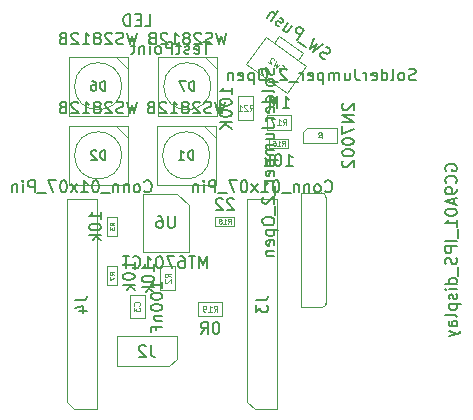
<source format=gbr>
%TF.GenerationSoftware,KiCad,Pcbnew,8.0.1*%
%TF.CreationDate,2024-04-01T21:43:51+02:00*%
%TF.ProjectId,SenseLoraCAM,53656e73-654c-46f7-9261-43414d2e6b69,rev?*%
%TF.SameCoordinates,Original*%
%TF.FileFunction,AssemblyDrawing,Bot*%
%FSLAX46Y46*%
G04 Gerber Fmt 4.6, Leading zero omitted, Abs format (unit mm)*
G04 Created by KiCad (PCBNEW 8.0.1) date 2024-04-01 21:43:51*
%MOMM*%
%LPD*%
G01*
G04 APERTURE LIST*
%ADD10C,0.150000*%
%ADD11C,0.080000*%
%ADD12C,0.060000*%
%ADD13C,0.050000*%
%ADD14C,0.075000*%
%ADD15C,0.100000*%
%ADD16C,0.120000*%
G04 APERTURE END LIST*
D10*
X127509524Y-77029580D02*
X127557143Y-77077200D01*
X127557143Y-77077200D02*
X127700000Y-77124819D01*
X127700000Y-77124819D02*
X127795238Y-77124819D01*
X127795238Y-77124819D02*
X127938095Y-77077200D01*
X127938095Y-77077200D02*
X128033333Y-76981961D01*
X128033333Y-76981961D02*
X128080952Y-76886723D01*
X128080952Y-76886723D02*
X128128571Y-76696247D01*
X128128571Y-76696247D02*
X128128571Y-76553390D01*
X128128571Y-76553390D02*
X128080952Y-76362914D01*
X128080952Y-76362914D02*
X128033333Y-76267676D01*
X128033333Y-76267676D02*
X127938095Y-76172438D01*
X127938095Y-76172438D02*
X127795238Y-76124819D01*
X127795238Y-76124819D02*
X127700000Y-76124819D01*
X127700000Y-76124819D02*
X127557143Y-76172438D01*
X127557143Y-76172438D02*
X127509524Y-76220057D01*
X126938095Y-77124819D02*
X127033333Y-77077200D01*
X127033333Y-77077200D02*
X127080952Y-77029580D01*
X127080952Y-77029580D02*
X127128571Y-76934342D01*
X127128571Y-76934342D02*
X127128571Y-76648628D01*
X127128571Y-76648628D02*
X127080952Y-76553390D01*
X127080952Y-76553390D02*
X127033333Y-76505771D01*
X127033333Y-76505771D02*
X126938095Y-76458152D01*
X126938095Y-76458152D02*
X126795238Y-76458152D01*
X126795238Y-76458152D02*
X126700000Y-76505771D01*
X126700000Y-76505771D02*
X126652381Y-76553390D01*
X126652381Y-76553390D02*
X126604762Y-76648628D01*
X126604762Y-76648628D02*
X126604762Y-76934342D01*
X126604762Y-76934342D02*
X126652381Y-77029580D01*
X126652381Y-77029580D02*
X126700000Y-77077200D01*
X126700000Y-77077200D02*
X126795238Y-77124819D01*
X126795238Y-77124819D02*
X126938095Y-77124819D01*
X126176190Y-76458152D02*
X126176190Y-77124819D01*
X126176190Y-76553390D02*
X126128571Y-76505771D01*
X126128571Y-76505771D02*
X126033333Y-76458152D01*
X126033333Y-76458152D02*
X125890476Y-76458152D01*
X125890476Y-76458152D02*
X125795238Y-76505771D01*
X125795238Y-76505771D02*
X125747619Y-76601009D01*
X125747619Y-76601009D02*
X125747619Y-77124819D01*
X125271428Y-76458152D02*
X125271428Y-77124819D01*
X125271428Y-76553390D02*
X125223809Y-76505771D01*
X125223809Y-76505771D02*
X125128571Y-76458152D01*
X125128571Y-76458152D02*
X124985714Y-76458152D01*
X124985714Y-76458152D02*
X124890476Y-76505771D01*
X124890476Y-76505771D02*
X124842857Y-76601009D01*
X124842857Y-76601009D02*
X124842857Y-77124819D01*
X124604762Y-77220057D02*
X123842857Y-77220057D01*
X123414285Y-76124819D02*
X123319047Y-76124819D01*
X123319047Y-76124819D02*
X123223809Y-76172438D01*
X123223809Y-76172438D02*
X123176190Y-76220057D01*
X123176190Y-76220057D02*
X123128571Y-76315295D01*
X123128571Y-76315295D02*
X123080952Y-76505771D01*
X123080952Y-76505771D02*
X123080952Y-76743866D01*
X123080952Y-76743866D02*
X123128571Y-76934342D01*
X123128571Y-76934342D02*
X123176190Y-77029580D01*
X123176190Y-77029580D02*
X123223809Y-77077200D01*
X123223809Y-77077200D02*
X123319047Y-77124819D01*
X123319047Y-77124819D02*
X123414285Y-77124819D01*
X123414285Y-77124819D02*
X123509523Y-77077200D01*
X123509523Y-77077200D02*
X123557142Y-77029580D01*
X123557142Y-77029580D02*
X123604761Y-76934342D01*
X123604761Y-76934342D02*
X123652380Y-76743866D01*
X123652380Y-76743866D02*
X123652380Y-76505771D01*
X123652380Y-76505771D02*
X123604761Y-76315295D01*
X123604761Y-76315295D02*
X123557142Y-76220057D01*
X123557142Y-76220057D02*
X123509523Y-76172438D01*
X123509523Y-76172438D02*
X123414285Y-76124819D01*
X122128571Y-77124819D02*
X122699999Y-77124819D01*
X122414285Y-77124819D02*
X122414285Y-76124819D01*
X122414285Y-76124819D02*
X122509523Y-76267676D01*
X122509523Y-76267676D02*
X122604761Y-76362914D01*
X122604761Y-76362914D02*
X122699999Y-76410533D01*
X121795237Y-77124819D02*
X121271428Y-76458152D01*
X121795237Y-76458152D02*
X121271428Y-77124819D01*
X120699999Y-76124819D02*
X120604761Y-76124819D01*
X120604761Y-76124819D02*
X120509523Y-76172438D01*
X120509523Y-76172438D02*
X120461904Y-76220057D01*
X120461904Y-76220057D02*
X120414285Y-76315295D01*
X120414285Y-76315295D02*
X120366666Y-76505771D01*
X120366666Y-76505771D02*
X120366666Y-76743866D01*
X120366666Y-76743866D02*
X120414285Y-76934342D01*
X120414285Y-76934342D02*
X120461904Y-77029580D01*
X120461904Y-77029580D02*
X120509523Y-77077200D01*
X120509523Y-77077200D02*
X120604761Y-77124819D01*
X120604761Y-77124819D02*
X120699999Y-77124819D01*
X120699999Y-77124819D02*
X120795237Y-77077200D01*
X120795237Y-77077200D02*
X120842856Y-77029580D01*
X120842856Y-77029580D02*
X120890475Y-76934342D01*
X120890475Y-76934342D02*
X120938094Y-76743866D01*
X120938094Y-76743866D02*
X120938094Y-76505771D01*
X120938094Y-76505771D02*
X120890475Y-76315295D01*
X120890475Y-76315295D02*
X120842856Y-76220057D01*
X120842856Y-76220057D02*
X120795237Y-76172438D01*
X120795237Y-76172438D02*
X120699999Y-76124819D01*
X120033332Y-76124819D02*
X119366666Y-76124819D01*
X119366666Y-76124819D02*
X119795237Y-77124819D01*
X119223809Y-77220057D02*
X118461904Y-77220057D01*
X118223808Y-77124819D02*
X118223808Y-76124819D01*
X118223808Y-76124819D02*
X117842856Y-76124819D01*
X117842856Y-76124819D02*
X117747618Y-76172438D01*
X117747618Y-76172438D02*
X117699999Y-76220057D01*
X117699999Y-76220057D02*
X117652380Y-76315295D01*
X117652380Y-76315295D02*
X117652380Y-76458152D01*
X117652380Y-76458152D02*
X117699999Y-76553390D01*
X117699999Y-76553390D02*
X117747618Y-76601009D01*
X117747618Y-76601009D02*
X117842856Y-76648628D01*
X117842856Y-76648628D02*
X118223808Y-76648628D01*
X117223808Y-77124819D02*
X117223808Y-76458152D01*
X117223808Y-76124819D02*
X117271427Y-76172438D01*
X117271427Y-76172438D02*
X117223808Y-76220057D01*
X117223808Y-76220057D02*
X117176189Y-76172438D01*
X117176189Y-76172438D02*
X117223808Y-76124819D01*
X117223808Y-76124819D02*
X117223808Y-76220057D01*
X116747618Y-76458152D02*
X116747618Y-77124819D01*
X116747618Y-76553390D02*
X116699999Y-76505771D01*
X116699999Y-76505771D02*
X116604761Y-76458152D01*
X116604761Y-76458152D02*
X116461904Y-76458152D01*
X116461904Y-76458152D02*
X116366666Y-76505771D01*
X116366666Y-76505771D02*
X116319047Y-76601009D01*
X116319047Y-76601009D02*
X116319047Y-77124819D01*
X121654819Y-86286666D02*
X122369104Y-86286666D01*
X122369104Y-86286666D02*
X122511961Y-86239047D01*
X122511961Y-86239047D02*
X122607200Y-86143809D01*
X122607200Y-86143809D02*
X122654819Y-86000952D01*
X122654819Y-86000952D02*
X122654819Y-85905714D01*
X121654819Y-86667619D02*
X121654819Y-87286666D01*
X121654819Y-87286666D02*
X122035771Y-86953333D01*
X122035771Y-86953333D02*
X122035771Y-87096190D01*
X122035771Y-87096190D02*
X122083390Y-87191428D01*
X122083390Y-87191428D02*
X122131009Y-87239047D01*
X122131009Y-87239047D02*
X122226247Y-87286666D01*
X122226247Y-87286666D02*
X122464342Y-87286666D01*
X122464342Y-87286666D02*
X122559580Y-87239047D01*
X122559580Y-87239047D02*
X122607200Y-87191428D01*
X122607200Y-87191428D02*
X122654819Y-87096190D01*
X122654819Y-87096190D02*
X122654819Y-86810476D01*
X122654819Y-86810476D02*
X122607200Y-86715238D01*
X122607200Y-86715238D02*
X122559580Y-86667619D01*
X113734819Y-85252380D02*
X113734819Y-84680952D01*
X113734819Y-84966666D02*
X112734819Y-84966666D01*
X112734819Y-84966666D02*
X112877676Y-84871428D01*
X112877676Y-84871428D02*
X112972914Y-84776190D01*
X112972914Y-84776190D02*
X113020533Y-84680952D01*
X112734819Y-85871428D02*
X112734819Y-85966666D01*
X112734819Y-85966666D02*
X112782438Y-86061904D01*
X112782438Y-86061904D02*
X112830057Y-86109523D01*
X112830057Y-86109523D02*
X112925295Y-86157142D01*
X112925295Y-86157142D02*
X113115771Y-86204761D01*
X113115771Y-86204761D02*
X113353866Y-86204761D01*
X113353866Y-86204761D02*
X113544342Y-86157142D01*
X113544342Y-86157142D02*
X113639580Y-86109523D01*
X113639580Y-86109523D02*
X113687200Y-86061904D01*
X113687200Y-86061904D02*
X113734819Y-85966666D01*
X113734819Y-85966666D02*
X113734819Y-85871428D01*
X113734819Y-85871428D02*
X113687200Y-85776190D01*
X113687200Y-85776190D02*
X113639580Y-85728571D01*
X113639580Y-85728571D02*
X113544342Y-85680952D01*
X113544342Y-85680952D02*
X113353866Y-85633333D01*
X113353866Y-85633333D02*
X113115771Y-85633333D01*
X113115771Y-85633333D02*
X112925295Y-85680952D01*
X112925295Y-85680952D02*
X112830057Y-85728571D01*
X112830057Y-85728571D02*
X112782438Y-85776190D01*
X112782438Y-85776190D02*
X112734819Y-85871428D01*
X112734819Y-86823809D02*
X112734819Y-86919047D01*
X112734819Y-86919047D02*
X112782438Y-87014285D01*
X112782438Y-87014285D02*
X112830057Y-87061904D01*
X112830057Y-87061904D02*
X112925295Y-87109523D01*
X112925295Y-87109523D02*
X113115771Y-87157142D01*
X113115771Y-87157142D02*
X113353866Y-87157142D01*
X113353866Y-87157142D02*
X113544342Y-87109523D01*
X113544342Y-87109523D02*
X113639580Y-87061904D01*
X113639580Y-87061904D02*
X113687200Y-87014285D01*
X113687200Y-87014285D02*
X113734819Y-86919047D01*
X113734819Y-86919047D02*
X113734819Y-86823809D01*
X113734819Y-86823809D02*
X113687200Y-86728571D01*
X113687200Y-86728571D02*
X113639580Y-86680952D01*
X113639580Y-86680952D02*
X113544342Y-86633333D01*
X113544342Y-86633333D02*
X113353866Y-86585714D01*
X113353866Y-86585714D02*
X113115771Y-86585714D01*
X113115771Y-86585714D02*
X112925295Y-86633333D01*
X112925295Y-86633333D02*
X112830057Y-86680952D01*
X112830057Y-86680952D02*
X112782438Y-86728571D01*
X112782438Y-86728571D02*
X112734819Y-86823809D01*
X113068152Y-87585714D02*
X113734819Y-87585714D01*
X113163390Y-87585714D02*
X113115771Y-87633333D01*
X113115771Y-87633333D02*
X113068152Y-87728571D01*
X113068152Y-87728571D02*
X113068152Y-87871428D01*
X113068152Y-87871428D02*
X113115771Y-87966666D01*
X113115771Y-87966666D02*
X113211009Y-88014285D01*
X113211009Y-88014285D02*
X113734819Y-88014285D01*
X113211009Y-88823809D02*
X113211009Y-88490476D01*
X113734819Y-88490476D02*
X112734819Y-88490476D01*
X112734819Y-88490476D02*
X112734819Y-88966666D01*
D11*
X111779530Y-86716666D02*
X111803340Y-86692857D01*
X111803340Y-86692857D02*
X111827149Y-86621428D01*
X111827149Y-86621428D02*
X111827149Y-86573809D01*
X111827149Y-86573809D02*
X111803340Y-86502381D01*
X111803340Y-86502381D02*
X111755720Y-86454762D01*
X111755720Y-86454762D02*
X111708101Y-86430952D01*
X111708101Y-86430952D02*
X111612863Y-86407143D01*
X111612863Y-86407143D02*
X111541435Y-86407143D01*
X111541435Y-86407143D02*
X111446197Y-86430952D01*
X111446197Y-86430952D02*
X111398578Y-86454762D01*
X111398578Y-86454762D02*
X111350959Y-86502381D01*
X111350959Y-86502381D02*
X111327149Y-86573809D01*
X111327149Y-86573809D02*
X111327149Y-86621428D01*
X111327149Y-86621428D02*
X111350959Y-86692857D01*
X111350959Y-86692857D02*
X111374768Y-86716666D01*
X111327149Y-86883333D02*
X111327149Y-87192857D01*
X111327149Y-87192857D02*
X111517625Y-87026190D01*
X111517625Y-87026190D02*
X111517625Y-87097619D01*
X111517625Y-87097619D02*
X111541435Y-87145238D01*
X111541435Y-87145238D02*
X111565244Y-87169047D01*
X111565244Y-87169047D02*
X111612863Y-87192857D01*
X111612863Y-87192857D02*
X111731911Y-87192857D01*
X111731911Y-87192857D02*
X111779530Y-87169047D01*
X111779530Y-87169047D02*
X111803340Y-87145238D01*
X111803340Y-87145238D02*
X111827149Y-87097619D01*
X111827149Y-87097619D02*
X111827149Y-86954762D01*
X111827149Y-86954762D02*
X111803340Y-86907143D01*
X111803340Y-86907143D02*
X111779530Y-86883333D01*
D10*
X119604819Y-68833333D02*
X119604819Y-68261905D01*
X119604819Y-68547619D02*
X118604819Y-68547619D01*
X118604819Y-68547619D02*
X118747676Y-68452381D01*
X118747676Y-68452381D02*
X118842914Y-68357143D01*
X118842914Y-68357143D02*
X118890533Y-68261905D01*
X118604819Y-69452381D02*
X118604819Y-69547619D01*
X118604819Y-69547619D02*
X118652438Y-69642857D01*
X118652438Y-69642857D02*
X118700057Y-69690476D01*
X118700057Y-69690476D02*
X118795295Y-69738095D01*
X118795295Y-69738095D02*
X118985771Y-69785714D01*
X118985771Y-69785714D02*
X119223866Y-69785714D01*
X119223866Y-69785714D02*
X119414342Y-69738095D01*
X119414342Y-69738095D02*
X119509580Y-69690476D01*
X119509580Y-69690476D02*
X119557200Y-69642857D01*
X119557200Y-69642857D02*
X119604819Y-69547619D01*
X119604819Y-69547619D02*
X119604819Y-69452381D01*
X119604819Y-69452381D02*
X119557200Y-69357143D01*
X119557200Y-69357143D02*
X119509580Y-69309524D01*
X119509580Y-69309524D02*
X119414342Y-69261905D01*
X119414342Y-69261905D02*
X119223866Y-69214286D01*
X119223866Y-69214286D02*
X118985771Y-69214286D01*
X118985771Y-69214286D02*
X118795295Y-69261905D01*
X118795295Y-69261905D02*
X118700057Y-69309524D01*
X118700057Y-69309524D02*
X118652438Y-69357143D01*
X118652438Y-69357143D02*
X118604819Y-69452381D01*
X118604819Y-70404762D02*
X118604819Y-70500000D01*
X118604819Y-70500000D02*
X118652438Y-70595238D01*
X118652438Y-70595238D02*
X118700057Y-70642857D01*
X118700057Y-70642857D02*
X118795295Y-70690476D01*
X118795295Y-70690476D02*
X118985771Y-70738095D01*
X118985771Y-70738095D02*
X119223866Y-70738095D01*
X119223866Y-70738095D02*
X119414342Y-70690476D01*
X119414342Y-70690476D02*
X119509580Y-70642857D01*
X119509580Y-70642857D02*
X119557200Y-70595238D01*
X119557200Y-70595238D02*
X119604819Y-70500000D01*
X119604819Y-70500000D02*
X119604819Y-70404762D01*
X119604819Y-70404762D02*
X119557200Y-70309524D01*
X119557200Y-70309524D02*
X119509580Y-70261905D01*
X119509580Y-70261905D02*
X119414342Y-70214286D01*
X119414342Y-70214286D02*
X119223866Y-70166667D01*
X119223866Y-70166667D02*
X118985771Y-70166667D01*
X118985771Y-70166667D02*
X118795295Y-70214286D01*
X118795295Y-70214286D02*
X118700057Y-70261905D01*
X118700057Y-70261905D02*
X118652438Y-70309524D01*
X118652438Y-70309524D02*
X118604819Y-70404762D01*
X119604819Y-71166667D02*
X118604819Y-71166667D01*
X119604819Y-71738095D02*
X119033390Y-71309524D01*
X118604819Y-71738095D02*
X119176247Y-71166667D01*
D11*
X121121428Y-70227149D02*
X121288094Y-69989054D01*
X121407142Y-70227149D02*
X121407142Y-69727149D01*
X121407142Y-69727149D02*
X121216666Y-69727149D01*
X121216666Y-69727149D02*
X121169047Y-69750959D01*
X121169047Y-69750959D02*
X121145237Y-69774768D01*
X121145237Y-69774768D02*
X121121428Y-69822387D01*
X121121428Y-69822387D02*
X121121428Y-69893816D01*
X121121428Y-69893816D02*
X121145237Y-69941435D01*
X121145237Y-69941435D02*
X121169047Y-69965244D01*
X121169047Y-69965244D02*
X121216666Y-69989054D01*
X121216666Y-69989054D02*
X121407142Y-69989054D01*
X120930951Y-69774768D02*
X120907142Y-69750959D01*
X120907142Y-69750959D02*
X120859523Y-69727149D01*
X120859523Y-69727149D02*
X120740475Y-69727149D01*
X120740475Y-69727149D02*
X120692856Y-69750959D01*
X120692856Y-69750959D02*
X120669047Y-69774768D01*
X120669047Y-69774768D02*
X120645237Y-69822387D01*
X120645237Y-69822387D02*
X120645237Y-69870006D01*
X120645237Y-69870006D02*
X120669047Y-69941435D01*
X120669047Y-69941435D02*
X120954761Y-70227149D01*
X120954761Y-70227149D02*
X120645237Y-70227149D01*
X120169047Y-70227149D02*
X120454761Y-70227149D01*
X120311904Y-70227149D02*
X120311904Y-69727149D01*
X120311904Y-69727149D02*
X120359523Y-69798578D01*
X120359523Y-69798578D02*
X120407142Y-69846197D01*
X120407142Y-69846197D02*
X120454761Y-69870006D01*
D10*
X111609523Y-63604819D02*
X111371428Y-64604819D01*
X111371428Y-64604819D02*
X111180952Y-63890533D01*
X111180952Y-63890533D02*
X110990476Y-64604819D01*
X110990476Y-64604819D02*
X110752381Y-63604819D01*
X110419047Y-64557200D02*
X110276190Y-64604819D01*
X110276190Y-64604819D02*
X110038095Y-64604819D01*
X110038095Y-64604819D02*
X109942857Y-64557200D01*
X109942857Y-64557200D02*
X109895238Y-64509580D01*
X109895238Y-64509580D02*
X109847619Y-64414342D01*
X109847619Y-64414342D02*
X109847619Y-64319104D01*
X109847619Y-64319104D02*
X109895238Y-64223866D01*
X109895238Y-64223866D02*
X109942857Y-64176247D01*
X109942857Y-64176247D02*
X110038095Y-64128628D01*
X110038095Y-64128628D02*
X110228571Y-64081009D01*
X110228571Y-64081009D02*
X110323809Y-64033390D01*
X110323809Y-64033390D02*
X110371428Y-63985771D01*
X110371428Y-63985771D02*
X110419047Y-63890533D01*
X110419047Y-63890533D02*
X110419047Y-63795295D01*
X110419047Y-63795295D02*
X110371428Y-63700057D01*
X110371428Y-63700057D02*
X110323809Y-63652438D01*
X110323809Y-63652438D02*
X110228571Y-63604819D01*
X110228571Y-63604819D02*
X109990476Y-63604819D01*
X109990476Y-63604819D02*
X109847619Y-63652438D01*
X109466666Y-63700057D02*
X109419047Y-63652438D01*
X109419047Y-63652438D02*
X109323809Y-63604819D01*
X109323809Y-63604819D02*
X109085714Y-63604819D01*
X109085714Y-63604819D02*
X108990476Y-63652438D01*
X108990476Y-63652438D02*
X108942857Y-63700057D01*
X108942857Y-63700057D02*
X108895238Y-63795295D01*
X108895238Y-63795295D02*
X108895238Y-63890533D01*
X108895238Y-63890533D02*
X108942857Y-64033390D01*
X108942857Y-64033390D02*
X109514285Y-64604819D01*
X109514285Y-64604819D02*
X108895238Y-64604819D01*
X108323809Y-64033390D02*
X108419047Y-63985771D01*
X108419047Y-63985771D02*
X108466666Y-63938152D01*
X108466666Y-63938152D02*
X108514285Y-63842914D01*
X108514285Y-63842914D02*
X108514285Y-63795295D01*
X108514285Y-63795295D02*
X108466666Y-63700057D01*
X108466666Y-63700057D02*
X108419047Y-63652438D01*
X108419047Y-63652438D02*
X108323809Y-63604819D01*
X108323809Y-63604819D02*
X108133333Y-63604819D01*
X108133333Y-63604819D02*
X108038095Y-63652438D01*
X108038095Y-63652438D02*
X107990476Y-63700057D01*
X107990476Y-63700057D02*
X107942857Y-63795295D01*
X107942857Y-63795295D02*
X107942857Y-63842914D01*
X107942857Y-63842914D02*
X107990476Y-63938152D01*
X107990476Y-63938152D02*
X108038095Y-63985771D01*
X108038095Y-63985771D02*
X108133333Y-64033390D01*
X108133333Y-64033390D02*
X108323809Y-64033390D01*
X108323809Y-64033390D02*
X108419047Y-64081009D01*
X108419047Y-64081009D02*
X108466666Y-64128628D01*
X108466666Y-64128628D02*
X108514285Y-64223866D01*
X108514285Y-64223866D02*
X108514285Y-64414342D01*
X108514285Y-64414342D02*
X108466666Y-64509580D01*
X108466666Y-64509580D02*
X108419047Y-64557200D01*
X108419047Y-64557200D02*
X108323809Y-64604819D01*
X108323809Y-64604819D02*
X108133333Y-64604819D01*
X108133333Y-64604819D02*
X108038095Y-64557200D01*
X108038095Y-64557200D02*
X107990476Y-64509580D01*
X107990476Y-64509580D02*
X107942857Y-64414342D01*
X107942857Y-64414342D02*
X107942857Y-64223866D01*
X107942857Y-64223866D02*
X107990476Y-64128628D01*
X107990476Y-64128628D02*
X108038095Y-64081009D01*
X108038095Y-64081009D02*
X108133333Y-64033390D01*
X106990476Y-64604819D02*
X107561904Y-64604819D01*
X107276190Y-64604819D02*
X107276190Y-63604819D01*
X107276190Y-63604819D02*
X107371428Y-63747676D01*
X107371428Y-63747676D02*
X107466666Y-63842914D01*
X107466666Y-63842914D02*
X107561904Y-63890533D01*
X106609523Y-63700057D02*
X106561904Y-63652438D01*
X106561904Y-63652438D02*
X106466666Y-63604819D01*
X106466666Y-63604819D02*
X106228571Y-63604819D01*
X106228571Y-63604819D02*
X106133333Y-63652438D01*
X106133333Y-63652438D02*
X106085714Y-63700057D01*
X106085714Y-63700057D02*
X106038095Y-63795295D01*
X106038095Y-63795295D02*
X106038095Y-63890533D01*
X106038095Y-63890533D02*
X106085714Y-64033390D01*
X106085714Y-64033390D02*
X106657142Y-64604819D01*
X106657142Y-64604819D02*
X106038095Y-64604819D01*
X105276190Y-64081009D02*
X105133333Y-64128628D01*
X105133333Y-64128628D02*
X105085714Y-64176247D01*
X105085714Y-64176247D02*
X105038095Y-64271485D01*
X105038095Y-64271485D02*
X105038095Y-64414342D01*
X105038095Y-64414342D02*
X105085714Y-64509580D01*
X105085714Y-64509580D02*
X105133333Y-64557200D01*
X105133333Y-64557200D02*
X105228571Y-64604819D01*
X105228571Y-64604819D02*
X105609523Y-64604819D01*
X105609523Y-64604819D02*
X105609523Y-63604819D01*
X105609523Y-63604819D02*
X105276190Y-63604819D01*
X105276190Y-63604819D02*
X105180952Y-63652438D01*
X105180952Y-63652438D02*
X105133333Y-63700057D01*
X105133333Y-63700057D02*
X105085714Y-63795295D01*
X105085714Y-63795295D02*
X105085714Y-63890533D01*
X105085714Y-63890533D02*
X105133333Y-63985771D01*
X105133333Y-63985771D02*
X105180952Y-64033390D01*
X105180952Y-64033390D02*
X105276190Y-64081009D01*
X105276190Y-64081009D02*
X105609523Y-64081009D01*
X108890475Y-68512295D02*
X108890475Y-67712295D01*
X108890475Y-67712295D02*
X108699999Y-67712295D01*
X108699999Y-67712295D02*
X108585713Y-67750390D01*
X108585713Y-67750390D02*
X108509523Y-67826580D01*
X108509523Y-67826580D02*
X108471428Y-67902771D01*
X108471428Y-67902771D02*
X108433332Y-68055152D01*
X108433332Y-68055152D02*
X108433332Y-68169438D01*
X108433332Y-68169438D02*
X108471428Y-68321819D01*
X108471428Y-68321819D02*
X108509523Y-68398009D01*
X108509523Y-68398009D02*
X108585713Y-68474200D01*
X108585713Y-68474200D02*
X108699999Y-68512295D01*
X108699999Y-68512295D02*
X108890475Y-68512295D01*
X107747618Y-67712295D02*
X107899999Y-67712295D01*
X107899999Y-67712295D02*
X107976190Y-67750390D01*
X107976190Y-67750390D02*
X108014285Y-67788485D01*
X108014285Y-67788485D02*
X108090475Y-67902771D01*
X108090475Y-67902771D02*
X108128571Y-68055152D01*
X108128571Y-68055152D02*
X108128571Y-68359914D01*
X108128571Y-68359914D02*
X108090475Y-68436104D01*
X108090475Y-68436104D02*
X108052380Y-68474200D01*
X108052380Y-68474200D02*
X107976190Y-68512295D01*
X107976190Y-68512295D02*
X107823809Y-68512295D01*
X107823809Y-68512295D02*
X107747618Y-68474200D01*
X107747618Y-68474200D02*
X107709523Y-68436104D01*
X107709523Y-68436104D02*
X107671428Y-68359914D01*
X107671428Y-68359914D02*
X107671428Y-68169438D01*
X107671428Y-68169438D02*
X107709523Y-68093247D01*
X107709523Y-68093247D02*
X107747618Y-68055152D01*
X107747618Y-68055152D02*
X107823809Y-68017057D01*
X107823809Y-68017057D02*
X107976190Y-68017057D01*
X107976190Y-68017057D02*
X108052380Y-68055152D01*
X108052380Y-68055152D02*
X108090475Y-68093247D01*
X108090475Y-68093247D02*
X108128571Y-68169438D01*
X118322618Y-88104819D02*
X118227380Y-88104819D01*
X118227380Y-88104819D02*
X118132142Y-88152438D01*
X118132142Y-88152438D02*
X118084523Y-88200057D01*
X118084523Y-88200057D02*
X118036904Y-88295295D01*
X118036904Y-88295295D02*
X117989285Y-88485771D01*
X117989285Y-88485771D02*
X117989285Y-88723866D01*
X117989285Y-88723866D02*
X118036904Y-88914342D01*
X118036904Y-88914342D02*
X118084523Y-89009580D01*
X118084523Y-89009580D02*
X118132142Y-89057200D01*
X118132142Y-89057200D02*
X118227380Y-89104819D01*
X118227380Y-89104819D02*
X118322618Y-89104819D01*
X118322618Y-89104819D02*
X118417856Y-89057200D01*
X118417856Y-89057200D02*
X118465475Y-89009580D01*
X118465475Y-89009580D02*
X118513094Y-88914342D01*
X118513094Y-88914342D02*
X118560713Y-88723866D01*
X118560713Y-88723866D02*
X118560713Y-88485771D01*
X118560713Y-88485771D02*
X118513094Y-88295295D01*
X118513094Y-88295295D02*
X118465475Y-88200057D01*
X118465475Y-88200057D02*
X118417856Y-88152438D01*
X118417856Y-88152438D02*
X118322618Y-88104819D01*
X116989285Y-89104819D02*
X117322618Y-88628628D01*
X117560713Y-89104819D02*
X117560713Y-88104819D01*
X117560713Y-88104819D02*
X117179761Y-88104819D01*
X117179761Y-88104819D02*
X117084523Y-88152438D01*
X117084523Y-88152438D02*
X117036904Y-88200057D01*
X117036904Y-88200057D02*
X116989285Y-88295295D01*
X116989285Y-88295295D02*
X116989285Y-88438152D01*
X116989285Y-88438152D02*
X117036904Y-88533390D01*
X117036904Y-88533390D02*
X117084523Y-88581009D01*
X117084523Y-88581009D02*
X117179761Y-88628628D01*
X117179761Y-88628628D02*
X117560713Y-88628628D01*
D11*
X118096428Y-87227149D02*
X118263094Y-86989054D01*
X118382142Y-87227149D02*
X118382142Y-86727149D01*
X118382142Y-86727149D02*
X118191666Y-86727149D01*
X118191666Y-86727149D02*
X118144047Y-86750959D01*
X118144047Y-86750959D02*
X118120237Y-86774768D01*
X118120237Y-86774768D02*
X118096428Y-86822387D01*
X118096428Y-86822387D02*
X118096428Y-86893816D01*
X118096428Y-86893816D02*
X118120237Y-86941435D01*
X118120237Y-86941435D02*
X118144047Y-86965244D01*
X118144047Y-86965244D02*
X118191666Y-86989054D01*
X118191666Y-86989054D02*
X118382142Y-86989054D01*
X117620237Y-87227149D02*
X117905951Y-87227149D01*
X117763094Y-87227149D02*
X117763094Y-86727149D01*
X117763094Y-86727149D02*
X117810713Y-86798578D01*
X117810713Y-86798578D02*
X117858332Y-86846197D01*
X117858332Y-86846197D02*
X117905951Y-86870006D01*
X117382142Y-87227149D02*
X117286904Y-87227149D01*
X117286904Y-87227149D02*
X117239285Y-87203340D01*
X117239285Y-87203340D02*
X117215476Y-87179530D01*
X117215476Y-87179530D02*
X117167857Y-87108101D01*
X117167857Y-87108101D02*
X117144047Y-87012863D01*
X117144047Y-87012863D02*
X117144047Y-86822387D01*
X117144047Y-86822387D02*
X117167857Y-86774768D01*
X117167857Y-86774768D02*
X117191666Y-86750959D01*
X117191666Y-86750959D02*
X117239285Y-86727149D01*
X117239285Y-86727149D02*
X117334523Y-86727149D01*
X117334523Y-86727149D02*
X117382142Y-86750959D01*
X117382142Y-86750959D02*
X117405952Y-86774768D01*
X117405952Y-86774768D02*
X117429761Y-86822387D01*
X117429761Y-86822387D02*
X117429761Y-86941435D01*
X117429761Y-86941435D02*
X117405952Y-86989054D01*
X117405952Y-86989054D02*
X117382142Y-87012863D01*
X117382142Y-87012863D02*
X117334523Y-87036673D01*
X117334523Y-87036673D02*
X117239285Y-87036673D01*
X117239285Y-87036673D02*
X117191666Y-87012863D01*
X117191666Y-87012863D02*
X117167857Y-86989054D01*
X117167857Y-86989054D02*
X117144047Y-86941435D01*
D10*
X137727438Y-75285713D02*
X137679819Y-75190475D01*
X137679819Y-75190475D02*
X137679819Y-75047618D01*
X137679819Y-75047618D02*
X137727438Y-74904761D01*
X137727438Y-74904761D02*
X137822676Y-74809523D01*
X137822676Y-74809523D02*
X137917914Y-74761904D01*
X137917914Y-74761904D02*
X138108390Y-74714285D01*
X138108390Y-74714285D02*
X138251247Y-74714285D01*
X138251247Y-74714285D02*
X138441723Y-74761904D01*
X138441723Y-74761904D02*
X138536961Y-74809523D01*
X138536961Y-74809523D02*
X138632200Y-74904761D01*
X138632200Y-74904761D02*
X138679819Y-75047618D01*
X138679819Y-75047618D02*
X138679819Y-75142856D01*
X138679819Y-75142856D02*
X138632200Y-75285713D01*
X138632200Y-75285713D02*
X138584580Y-75333332D01*
X138584580Y-75333332D02*
X138251247Y-75333332D01*
X138251247Y-75333332D02*
X138251247Y-75142856D01*
X138584580Y-76333332D02*
X138632200Y-76285713D01*
X138632200Y-76285713D02*
X138679819Y-76142856D01*
X138679819Y-76142856D02*
X138679819Y-76047618D01*
X138679819Y-76047618D02*
X138632200Y-75904761D01*
X138632200Y-75904761D02*
X138536961Y-75809523D01*
X138536961Y-75809523D02*
X138441723Y-75761904D01*
X138441723Y-75761904D02*
X138251247Y-75714285D01*
X138251247Y-75714285D02*
X138108390Y-75714285D01*
X138108390Y-75714285D02*
X137917914Y-75761904D01*
X137917914Y-75761904D02*
X137822676Y-75809523D01*
X137822676Y-75809523D02*
X137727438Y-75904761D01*
X137727438Y-75904761D02*
X137679819Y-76047618D01*
X137679819Y-76047618D02*
X137679819Y-76142856D01*
X137679819Y-76142856D02*
X137727438Y-76285713D01*
X137727438Y-76285713D02*
X137775057Y-76333332D01*
X138679819Y-76809523D02*
X138679819Y-76999999D01*
X138679819Y-76999999D02*
X138632200Y-77095237D01*
X138632200Y-77095237D02*
X138584580Y-77142856D01*
X138584580Y-77142856D02*
X138441723Y-77238094D01*
X138441723Y-77238094D02*
X138251247Y-77285713D01*
X138251247Y-77285713D02*
X137870295Y-77285713D01*
X137870295Y-77285713D02*
X137775057Y-77238094D01*
X137775057Y-77238094D02*
X137727438Y-77190475D01*
X137727438Y-77190475D02*
X137679819Y-77095237D01*
X137679819Y-77095237D02*
X137679819Y-76904761D01*
X137679819Y-76904761D02*
X137727438Y-76809523D01*
X137727438Y-76809523D02*
X137775057Y-76761904D01*
X137775057Y-76761904D02*
X137870295Y-76714285D01*
X137870295Y-76714285D02*
X138108390Y-76714285D01*
X138108390Y-76714285D02*
X138203628Y-76761904D01*
X138203628Y-76761904D02*
X138251247Y-76809523D01*
X138251247Y-76809523D02*
X138298866Y-76904761D01*
X138298866Y-76904761D02*
X138298866Y-77095237D01*
X138298866Y-77095237D02*
X138251247Y-77190475D01*
X138251247Y-77190475D02*
X138203628Y-77238094D01*
X138203628Y-77238094D02*
X138108390Y-77285713D01*
X138394104Y-77666666D02*
X138394104Y-78142856D01*
X138679819Y-77571428D02*
X137679819Y-77904761D01*
X137679819Y-77904761D02*
X138679819Y-78238094D01*
X137679819Y-78761904D02*
X137679819Y-78857142D01*
X137679819Y-78857142D02*
X137727438Y-78952380D01*
X137727438Y-78952380D02*
X137775057Y-78999999D01*
X137775057Y-78999999D02*
X137870295Y-79047618D01*
X137870295Y-79047618D02*
X138060771Y-79095237D01*
X138060771Y-79095237D02*
X138298866Y-79095237D01*
X138298866Y-79095237D02*
X138489342Y-79047618D01*
X138489342Y-79047618D02*
X138584580Y-78999999D01*
X138584580Y-78999999D02*
X138632200Y-78952380D01*
X138632200Y-78952380D02*
X138679819Y-78857142D01*
X138679819Y-78857142D02*
X138679819Y-78761904D01*
X138679819Y-78761904D02*
X138632200Y-78666666D01*
X138632200Y-78666666D02*
X138584580Y-78619047D01*
X138584580Y-78619047D02*
X138489342Y-78571428D01*
X138489342Y-78571428D02*
X138298866Y-78523809D01*
X138298866Y-78523809D02*
X138060771Y-78523809D01*
X138060771Y-78523809D02*
X137870295Y-78571428D01*
X137870295Y-78571428D02*
X137775057Y-78619047D01*
X137775057Y-78619047D02*
X137727438Y-78666666D01*
X137727438Y-78666666D02*
X137679819Y-78761904D01*
X138679819Y-80047618D02*
X138679819Y-79476190D01*
X138679819Y-79761904D02*
X137679819Y-79761904D01*
X137679819Y-79761904D02*
X137822676Y-79666666D01*
X137822676Y-79666666D02*
X137917914Y-79571428D01*
X137917914Y-79571428D02*
X137965533Y-79476190D01*
X138775057Y-80238095D02*
X138775057Y-80999999D01*
X138679819Y-81238095D02*
X137679819Y-81238095D01*
X138679819Y-81714285D02*
X137679819Y-81714285D01*
X137679819Y-81714285D02*
X137679819Y-82095237D01*
X137679819Y-82095237D02*
X137727438Y-82190475D01*
X137727438Y-82190475D02*
X137775057Y-82238094D01*
X137775057Y-82238094D02*
X137870295Y-82285713D01*
X137870295Y-82285713D02*
X138013152Y-82285713D01*
X138013152Y-82285713D02*
X138108390Y-82238094D01*
X138108390Y-82238094D02*
X138156009Y-82190475D01*
X138156009Y-82190475D02*
X138203628Y-82095237D01*
X138203628Y-82095237D02*
X138203628Y-81714285D01*
X138632200Y-82666666D02*
X138679819Y-82809523D01*
X138679819Y-82809523D02*
X138679819Y-83047618D01*
X138679819Y-83047618D02*
X138632200Y-83142856D01*
X138632200Y-83142856D02*
X138584580Y-83190475D01*
X138584580Y-83190475D02*
X138489342Y-83238094D01*
X138489342Y-83238094D02*
X138394104Y-83238094D01*
X138394104Y-83238094D02*
X138298866Y-83190475D01*
X138298866Y-83190475D02*
X138251247Y-83142856D01*
X138251247Y-83142856D02*
X138203628Y-83047618D01*
X138203628Y-83047618D02*
X138156009Y-82857142D01*
X138156009Y-82857142D02*
X138108390Y-82761904D01*
X138108390Y-82761904D02*
X138060771Y-82714285D01*
X138060771Y-82714285D02*
X137965533Y-82666666D01*
X137965533Y-82666666D02*
X137870295Y-82666666D01*
X137870295Y-82666666D02*
X137775057Y-82714285D01*
X137775057Y-82714285D02*
X137727438Y-82761904D01*
X137727438Y-82761904D02*
X137679819Y-82857142D01*
X137679819Y-82857142D02*
X137679819Y-83095237D01*
X137679819Y-83095237D02*
X137727438Y-83238094D01*
X138775057Y-83428571D02*
X138775057Y-84190475D01*
X138679819Y-84857142D02*
X137679819Y-84857142D01*
X138632200Y-84857142D02*
X138679819Y-84761904D01*
X138679819Y-84761904D02*
X138679819Y-84571428D01*
X138679819Y-84571428D02*
X138632200Y-84476190D01*
X138632200Y-84476190D02*
X138584580Y-84428571D01*
X138584580Y-84428571D02*
X138489342Y-84380952D01*
X138489342Y-84380952D02*
X138203628Y-84380952D01*
X138203628Y-84380952D02*
X138108390Y-84428571D01*
X138108390Y-84428571D02*
X138060771Y-84476190D01*
X138060771Y-84476190D02*
X138013152Y-84571428D01*
X138013152Y-84571428D02*
X138013152Y-84761904D01*
X138013152Y-84761904D02*
X138060771Y-84857142D01*
X138679819Y-85333333D02*
X138013152Y-85333333D01*
X137679819Y-85333333D02*
X137727438Y-85285714D01*
X137727438Y-85285714D02*
X137775057Y-85333333D01*
X137775057Y-85333333D02*
X137727438Y-85380952D01*
X137727438Y-85380952D02*
X137679819Y-85333333D01*
X137679819Y-85333333D02*
X137775057Y-85333333D01*
X138632200Y-85761904D02*
X138679819Y-85857142D01*
X138679819Y-85857142D02*
X138679819Y-86047618D01*
X138679819Y-86047618D02*
X138632200Y-86142856D01*
X138632200Y-86142856D02*
X138536961Y-86190475D01*
X138536961Y-86190475D02*
X138489342Y-86190475D01*
X138489342Y-86190475D02*
X138394104Y-86142856D01*
X138394104Y-86142856D02*
X138346485Y-86047618D01*
X138346485Y-86047618D02*
X138346485Y-85904761D01*
X138346485Y-85904761D02*
X138298866Y-85809523D01*
X138298866Y-85809523D02*
X138203628Y-85761904D01*
X138203628Y-85761904D02*
X138156009Y-85761904D01*
X138156009Y-85761904D02*
X138060771Y-85809523D01*
X138060771Y-85809523D02*
X138013152Y-85904761D01*
X138013152Y-85904761D02*
X138013152Y-86047618D01*
X138013152Y-86047618D02*
X138060771Y-86142856D01*
X138013152Y-86619047D02*
X139013152Y-86619047D01*
X138060771Y-86619047D02*
X138013152Y-86714285D01*
X138013152Y-86714285D02*
X138013152Y-86904761D01*
X138013152Y-86904761D02*
X138060771Y-86999999D01*
X138060771Y-86999999D02*
X138108390Y-87047618D01*
X138108390Y-87047618D02*
X138203628Y-87095237D01*
X138203628Y-87095237D02*
X138489342Y-87095237D01*
X138489342Y-87095237D02*
X138584580Y-87047618D01*
X138584580Y-87047618D02*
X138632200Y-86999999D01*
X138632200Y-86999999D02*
X138679819Y-86904761D01*
X138679819Y-86904761D02*
X138679819Y-86714285D01*
X138679819Y-86714285D02*
X138632200Y-86619047D01*
X138679819Y-87666666D02*
X138632200Y-87571428D01*
X138632200Y-87571428D02*
X138536961Y-87523809D01*
X138536961Y-87523809D02*
X137679819Y-87523809D01*
X138679819Y-88476190D02*
X138156009Y-88476190D01*
X138156009Y-88476190D02*
X138060771Y-88428571D01*
X138060771Y-88428571D02*
X138013152Y-88333333D01*
X138013152Y-88333333D02*
X138013152Y-88142857D01*
X138013152Y-88142857D02*
X138060771Y-88047619D01*
X138632200Y-88476190D02*
X138679819Y-88380952D01*
X138679819Y-88380952D02*
X138679819Y-88142857D01*
X138679819Y-88142857D02*
X138632200Y-88047619D01*
X138632200Y-88047619D02*
X138536961Y-88000000D01*
X138536961Y-88000000D02*
X138441723Y-88000000D01*
X138441723Y-88000000D02*
X138346485Y-88047619D01*
X138346485Y-88047619D02*
X138298866Y-88142857D01*
X138298866Y-88142857D02*
X138298866Y-88380952D01*
X138298866Y-88380952D02*
X138251247Y-88476190D01*
X138013152Y-88857143D02*
X138679819Y-89095238D01*
X138013152Y-89333333D02*
X138679819Y-89095238D01*
X138679819Y-89095238D02*
X138917914Y-89000000D01*
X138917914Y-89000000D02*
X138965533Y-88952381D01*
X138965533Y-88952381D02*
X139013152Y-88857143D01*
X123157200Y-66623808D02*
X123204819Y-66766665D01*
X123204819Y-66766665D02*
X123204819Y-67004760D01*
X123204819Y-67004760D02*
X123157200Y-67099998D01*
X123157200Y-67099998D02*
X123109580Y-67147617D01*
X123109580Y-67147617D02*
X123014342Y-67195236D01*
X123014342Y-67195236D02*
X122919104Y-67195236D01*
X122919104Y-67195236D02*
X122823866Y-67147617D01*
X122823866Y-67147617D02*
X122776247Y-67099998D01*
X122776247Y-67099998D02*
X122728628Y-67004760D01*
X122728628Y-67004760D02*
X122681009Y-66814284D01*
X122681009Y-66814284D02*
X122633390Y-66719046D01*
X122633390Y-66719046D02*
X122585771Y-66671427D01*
X122585771Y-66671427D02*
X122490533Y-66623808D01*
X122490533Y-66623808D02*
X122395295Y-66623808D01*
X122395295Y-66623808D02*
X122300057Y-66671427D01*
X122300057Y-66671427D02*
X122252438Y-66719046D01*
X122252438Y-66719046D02*
X122204819Y-66814284D01*
X122204819Y-66814284D02*
X122204819Y-67052379D01*
X122204819Y-67052379D02*
X122252438Y-67195236D01*
X123204819Y-67766665D02*
X123157200Y-67671427D01*
X123157200Y-67671427D02*
X123109580Y-67623808D01*
X123109580Y-67623808D02*
X123014342Y-67576189D01*
X123014342Y-67576189D02*
X122728628Y-67576189D01*
X122728628Y-67576189D02*
X122633390Y-67623808D01*
X122633390Y-67623808D02*
X122585771Y-67671427D01*
X122585771Y-67671427D02*
X122538152Y-67766665D01*
X122538152Y-67766665D02*
X122538152Y-67909522D01*
X122538152Y-67909522D02*
X122585771Y-68004760D01*
X122585771Y-68004760D02*
X122633390Y-68052379D01*
X122633390Y-68052379D02*
X122728628Y-68099998D01*
X122728628Y-68099998D02*
X123014342Y-68099998D01*
X123014342Y-68099998D02*
X123109580Y-68052379D01*
X123109580Y-68052379D02*
X123157200Y-68004760D01*
X123157200Y-68004760D02*
X123204819Y-67909522D01*
X123204819Y-67909522D02*
X123204819Y-67766665D01*
X123204819Y-68671427D02*
X123157200Y-68576189D01*
X123157200Y-68576189D02*
X123061961Y-68528570D01*
X123061961Y-68528570D02*
X122204819Y-68528570D01*
X123204819Y-69480951D02*
X122204819Y-69480951D01*
X123157200Y-69480951D02*
X123204819Y-69385713D01*
X123204819Y-69385713D02*
X123204819Y-69195237D01*
X123204819Y-69195237D02*
X123157200Y-69099999D01*
X123157200Y-69099999D02*
X123109580Y-69052380D01*
X123109580Y-69052380D02*
X123014342Y-69004761D01*
X123014342Y-69004761D02*
X122728628Y-69004761D01*
X122728628Y-69004761D02*
X122633390Y-69052380D01*
X122633390Y-69052380D02*
X122585771Y-69099999D01*
X122585771Y-69099999D02*
X122538152Y-69195237D01*
X122538152Y-69195237D02*
X122538152Y-69385713D01*
X122538152Y-69385713D02*
X122585771Y-69480951D01*
X123157200Y-70338094D02*
X123204819Y-70242856D01*
X123204819Y-70242856D02*
X123204819Y-70052380D01*
X123204819Y-70052380D02*
X123157200Y-69957142D01*
X123157200Y-69957142D02*
X123061961Y-69909523D01*
X123061961Y-69909523D02*
X122681009Y-69909523D01*
X122681009Y-69909523D02*
X122585771Y-69957142D01*
X122585771Y-69957142D02*
X122538152Y-70052380D01*
X122538152Y-70052380D02*
X122538152Y-70242856D01*
X122538152Y-70242856D02*
X122585771Y-70338094D01*
X122585771Y-70338094D02*
X122681009Y-70385713D01*
X122681009Y-70385713D02*
X122776247Y-70385713D01*
X122776247Y-70385713D02*
X122871485Y-69909523D01*
X123204819Y-70814285D02*
X122538152Y-70814285D01*
X122728628Y-70814285D02*
X122633390Y-70861904D01*
X122633390Y-70861904D02*
X122585771Y-70909523D01*
X122585771Y-70909523D02*
X122538152Y-71004761D01*
X122538152Y-71004761D02*
X122538152Y-71099999D01*
X122204819Y-71719047D02*
X122919104Y-71719047D01*
X122919104Y-71719047D02*
X123061961Y-71671428D01*
X123061961Y-71671428D02*
X123157200Y-71576190D01*
X123157200Y-71576190D02*
X123204819Y-71433333D01*
X123204819Y-71433333D02*
X123204819Y-71338095D01*
X122538152Y-72623809D02*
X123204819Y-72623809D01*
X122538152Y-72195238D02*
X123061961Y-72195238D01*
X123061961Y-72195238D02*
X123157200Y-72242857D01*
X123157200Y-72242857D02*
X123204819Y-72338095D01*
X123204819Y-72338095D02*
X123204819Y-72480952D01*
X123204819Y-72480952D02*
X123157200Y-72576190D01*
X123157200Y-72576190D02*
X123109580Y-72623809D01*
X123204819Y-73100000D02*
X122538152Y-73100000D01*
X122633390Y-73100000D02*
X122585771Y-73147619D01*
X122585771Y-73147619D02*
X122538152Y-73242857D01*
X122538152Y-73242857D02*
X122538152Y-73385714D01*
X122538152Y-73385714D02*
X122585771Y-73480952D01*
X122585771Y-73480952D02*
X122681009Y-73528571D01*
X122681009Y-73528571D02*
X123204819Y-73528571D01*
X122681009Y-73528571D02*
X122585771Y-73576190D01*
X122585771Y-73576190D02*
X122538152Y-73671428D01*
X122538152Y-73671428D02*
X122538152Y-73814285D01*
X122538152Y-73814285D02*
X122585771Y-73909524D01*
X122585771Y-73909524D02*
X122681009Y-73957143D01*
X122681009Y-73957143D02*
X123204819Y-73957143D01*
X122538152Y-74433333D02*
X123538152Y-74433333D01*
X122585771Y-74433333D02*
X122538152Y-74528571D01*
X122538152Y-74528571D02*
X122538152Y-74719047D01*
X122538152Y-74719047D02*
X122585771Y-74814285D01*
X122585771Y-74814285D02*
X122633390Y-74861904D01*
X122633390Y-74861904D02*
X122728628Y-74909523D01*
X122728628Y-74909523D02*
X123014342Y-74909523D01*
X123014342Y-74909523D02*
X123109580Y-74861904D01*
X123109580Y-74861904D02*
X123157200Y-74814285D01*
X123157200Y-74814285D02*
X123204819Y-74719047D01*
X123204819Y-74719047D02*
X123204819Y-74528571D01*
X123204819Y-74528571D02*
X123157200Y-74433333D01*
X123157200Y-75719047D02*
X123204819Y-75623809D01*
X123204819Y-75623809D02*
X123204819Y-75433333D01*
X123204819Y-75433333D02*
X123157200Y-75338095D01*
X123157200Y-75338095D02*
X123061961Y-75290476D01*
X123061961Y-75290476D02*
X122681009Y-75290476D01*
X122681009Y-75290476D02*
X122585771Y-75338095D01*
X122585771Y-75338095D02*
X122538152Y-75433333D01*
X122538152Y-75433333D02*
X122538152Y-75623809D01*
X122538152Y-75623809D02*
X122585771Y-75719047D01*
X122585771Y-75719047D02*
X122681009Y-75766666D01*
X122681009Y-75766666D02*
X122776247Y-75766666D01*
X122776247Y-75766666D02*
X122871485Y-75290476D01*
X123204819Y-76195238D02*
X122538152Y-76195238D01*
X122728628Y-76195238D02*
X122633390Y-76242857D01*
X122633390Y-76242857D02*
X122585771Y-76290476D01*
X122585771Y-76290476D02*
X122538152Y-76385714D01*
X122538152Y-76385714D02*
X122538152Y-76480952D01*
X123300057Y-76576191D02*
X123300057Y-77338095D01*
X122300057Y-77528572D02*
X122252438Y-77576191D01*
X122252438Y-77576191D02*
X122204819Y-77671429D01*
X122204819Y-77671429D02*
X122204819Y-77909524D01*
X122204819Y-77909524D02*
X122252438Y-78004762D01*
X122252438Y-78004762D02*
X122300057Y-78052381D01*
X122300057Y-78052381D02*
X122395295Y-78100000D01*
X122395295Y-78100000D02*
X122490533Y-78100000D01*
X122490533Y-78100000D02*
X122633390Y-78052381D01*
X122633390Y-78052381D02*
X123204819Y-77480953D01*
X123204819Y-77480953D02*
X123204819Y-78100000D01*
X123300057Y-78290477D02*
X123300057Y-79052381D01*
X122204819Y-79480953D02*
X122204819Y-79671429D01*
X122204819Y-79671429D02*
X122252438Y-79766667D01*
X122252438Y-79766667D02*
X122347676Y-79861905D01*
X122347676Y-79861905D02*
X122538152Y-79909524D01*
X122538152Y-79909524D02*
X122871485Y-79909524D01*
X122871485Y-79909524D02*
X123061961Y-79861905D01*
X123061961Y-79861905D02*
X123157200Y-79766667D01*
X123157200Y-79766667D02*
X123204819Y-79671429D01*
X123204819Y-79671429D02*
X123204819Y-79480953D01*
X123204819Y-79480953D02*
X123157200Y-79385715D01*
X123157200Y-79385715D02*
X123061961Y-79290477D01*
X123061961Y-79290477D02*
X122871485Y-79242858D01*
X122871485Y-79242858D02*
X122538152Y-79242858D01*
X122538152Y-79242858D02*
X122347676Y-79290477D01*
X122347676Y-79290477D02*
X122252438Y-79385715D01*
X122252438Y-79385715D02*
X122204819Y-79480953D01*
X122538152Y-80338096D02*
X123538152Y-80338096D01*
X122585771Y-80338096D02*
X122538152Y-80433334D01*
X122538152Y-80433334D02*
X122538152Y-80623810D01*
X122538152Y-80623810D02*
X122585771Y-80719048D01*
X122585771Y-80719048D02*
X122633390Y-80766667D01*
X122633390Y-80766667D02*
X122728628Y-80814286D01*
X122728628Y-80814286D02*
X123014342Y-80814286D01*
X123014342Y-80814286D02*
X123109580Y-80766667D01*
X123109580Y-80766667D02*
X123157200Y-80719048D01*
X123157200Y-80719048D02*
X123204819Y-80623810D01*
X123204819Y-80623810D02*
X123204819Y-80433334D01*
X123204819Y-80433334D02*
X123157200Y-80338096D01*
X123157200Y-81623810D02*
X123204819Y-81528572D01*
X123204819Y-81528572D02*
X123204819Y-81338096D01*
X123204819Y-81338096D02*
X123157200Y-81242858D01*
X123157200Y-81242858D02*
X123061961Y-81195239D01*
X123061961Y-81195239D02*
X122681009Y-81195239D01*
X122681009Y-81195239D02*
X122585771Y-81242858D01*
X122585771Y-81242858D02*
X122538152Y-81338096D01*
X122538152Y-81338096D02*
X122538152Y-81528572D01*
X122538152Y-81528572D02*
X122585771Y-81623810D01*
X122585771Y-81623810D02*
X122681009Y-81671429D01*
X122681009Y-81671429D02*
X122776247Y-81671429D01*
X122776247Y-81671429D02*
X122871485Y-81195239D01*
X122538152Y-82100001D02*
X123204819Y-82100001D01*
X122633390Y-82100001D02*
X122585771Y-82147620D01*
X122585771Y-82147620D02*
X122538152Y-82242858D01*
X122538152Y-82242858D02*
X122538152Y-82385715D01*
X122538152Y-82385715D02*
X122585771Y-82480953D01*
X122585771Y-82480953D02*
X122681009Y-82528572D01*
X122681009Y-82528572D02*
X123204819Y-82528572D01*
X124195238Y-74884819D02*
X124766666Y-74884819D01*
X124480952Y-74884819D02*
X124480952Y-73884819D01*
X124480952Y-73884819D02*
X124576190Y-74027676D01*
X124576190Y-74027676D02*
X124671428Y-74122914D01*
X124671428Y-74122914D02*
X124766666Y-74170533D01*
X123576190Y-73884819D02*
X123480952Y-73884819D01*
X123480952Y-73884819D02*
X123385714Y-73932438D01*
X123385714Y-73932438D02*
X123338095Y-73980057D01*
X123338095Y-73980057D02*
X123290476Y-74075295D01*
X123290476Y-74075295D02*
X123242857Y-74265771D01*
X123242857Y-74265771D02*
X123242857Y-74503866D01*
X123242857Y-74503866D02*
X123290476Y-74694342D01*
X123290476Y-74694342D02*
X123338095Y-74789580D01*
X123338095Y-74789580D02*
X123385714Y-74837200D01*
X123385714Y-74837200D02*
X123480952Y-74884819D01*
X123480952Y-74884819D02*
X123576190Y-74884819D01*
X123576190Y-74884819D02*
X123671428Y-74837200D01*
X123671428Y-74837200D02*
X123719047Y-74789580D01*
X123719047Y-74789580D02*
X123766666Y-74694342D01*
X123766666Y-74694342D02*
X123814285Y-74503866D01*
X123814285Y-74503866D02*
X123814285Y-74265771D01*
X123814285Y-74265771D02*
X123766666Y-74075295D01*
X123766666Y-74075295D02*
X123719047Y-73980057D01*
X123719047Y-73980057D02*
X123671428Y-73932438D01*
X123671428Y-73932438D02*
X123576190Y-73884819D01*
X122814285Y-74884819D02*
X122814285Y-73884819D01*
X122719047Y-74503866D02*
X122433333Y-74884819D01*
X122433333Y-74218152D02*
X122814285Y-74599104D01*
D12*
X123857142Y-73181927D02*
X123990475Y-72991451D01*
X124085713Y-73181927D02*
X124085713Y-72781927D01*
X124085713Y-72781927D02*
X123933332Y-72781927D01*
X123933332Y-72781927D02*
X123895237Y-72800975D01*
X123895237Y-72800975D02*
X123876190Y-72820022D01*
X123876190Y-72820022D02*
X123857142Y-72858118D01*
X123857142Y-72858118D02*
X123857142Y-72915260D01*
X123857142Y-72915260D02*
X123876190Y-72953356D01*
X123876190Y-72953356D02*
X123895237Y-72972403D01*
X123895237Y-72972403D02*
X123933332Y-72991451D01*
X123933332Y-72991451D02*
X124085713Y-72991451D01*
X123476190Y-73181927D02*
X123704761Y-73181927D01*
X123590475Y-73181927D02*
X123590475Y-72781927D01*
X123590475Y-72781927D02*
X123628571Y-72839070D01*
X123628571Y-72839070D02*
X123666666Y-72877165D01*
X123666666Y-72877165D02*
X123704761Y-72896213D01*
X123133333Y-72781927D02*
X123209523Y-72781927D01*
X123209523Y-72781927D02*
X123247619Y-72800975D01*
X123247619Y-72800975D02*
X123266666Y-72820022D01*
X123266666Y-72820022D02*
X123304761Y-72877165D01*
X123304761Y-72877165D02*
X123323809Y-72953356D01*
X123323809Y-72953356D02*
X123323809Y-73105737D01*
X123323809Y-73105737D02*
X123304761Y-73143832D01*
X123304761Y-73143832D02*
X123285714Y-73162880D01*
X123285714Y-73162880D02*
X123247619Y-73181927D01*
X123247619Y-73181927D02*
X123171428Y-73181927D01*
X123171428Y-73181927D02*
X123133333Y-73162880D01*
X123133333Y-73162880D02*
X123114285Y-73143832D01*
X123114285Y-73143832D02*
X123095238Y-73105737D01*
X123095238Y-73105737D02*
X123095238Y-73010499D01*
X123095238Y-73010499D02*
X123114285Y-72972403D01*
X123114285Y-72972403D02*
X123133333Y-72953356D01*
X123133333Y-72953356D02*
X123171428Y-72934308D01*
X123171428Y-72934308D02*
X123247619Y-72934308D01*
X123247619Y-72934308D02*
X123285714Y-72953356D01*
X123285714Y-72953356D02*
X123304761Y-72972403D01*
X123304761Y-72972403D02*
X123323809Y-73010499D01*
D10*
X111609523Y-69454819D02*
X111371428Y-70454819D01*
X111371428Y-70454819D02*
X111180952Y-69740533D01*
X111180952Y-69740533D02*
X110990476Y-70454819D01*
X110990476Y-70454819D02*
X110752381Y-69454819D01*
X110419047Y-70407200D02*
X110276190Y-70454819D01*
X110276190Y-70454819D02*
X110038095Y-70454819D01*
X110038095Y-70454819D02*
X109942857Y-70407200D01*
X109942857Y-70407200D02*
X109895238Y-70359580D01*
X109895238Y-70359580D02*
X109847619Y-70264342D01*
X109847619Y-70264342D02*
X109847619Y-70169104D01*
X109847619Y-70169104D02*
X109895238Y-70073866D01*
X109895238Y-70073866D02*
X109942857Y-70026247D01*
X109942857Y-70026247D02*
X110038095Y-69978628D01*
X110038095Y-69978628D02*
X110228571Y-69931009D01*
X110228571Y-69931009D02*
X110323809Y-69883390D01*
X110323809Y-69883390D02*
X110371428Y-69835771D01*
X110371428Y-69835771D02*
X110419047Y-69740533D01*
X110419047Y-69740533D02*
X110419047Y-69645295D01*
X110419047Y-69645295D02*
X110371428Y-69550057D01*
X110371428Y-69550057D02*
X110323809Y-69502438D01*
X110323809Y-69502438D02*
X110228571Y-69454819D01*
X110228571Y-69454819D02*
X109990476Y-69454819D01*
X109990476Y-69454819D02*
X109847619Y-69502438D01*
X109466666Y-69550057D02*
X109419047Y-69502438D01*
X109419047Y-69502438D02*
X109323809Y-69454819D01*
X109323809Y-69454819D02*
X109085714Y-69454819D01*
X109085714Y-69454819D02*
X108990476Y-69502438D01*
X108990476Y-69502438D02*
X108942857Y-69550057D01*
X108942857Y-69550057D02*
X108895238Y-69645295D01*
X108895238Y-69645295D02*
X108895238Y-69740533D01*
X108895238Y-69740533D02*
X108942857Y-69883390D01*
X108942857Y-69883390D02*
X109514285Y-70454819D01*
X109514285Y-70454819D02*
X108895238Y-70454819D01*
X108323809Y-69883390D02*
X108419047Y-69835771D01*
X108419047Y-69835771D02*
X108466666Y-69788152D01*
X108466666Y-69788152D02*
X108514285Y-69692914D01*
X108514285Y-69692914D02*
X108514285Y-69645295D01*
X108514285Y-69645295D02*
X108466666Y-69550057D01*
X108466666Y-69550057D02*
X108419047Y-69502438D01*
X108419047Y-69502438D02*
X108323809Y-69454819D01*
X108323809Y-69454819D02*
X108133333Y-69454819D01*
X108133333Y-69454819D02*
X108038095Y-69502438D01*
X108038095Y-69502438D02*
X107990476Y-69550057D01*
X107990476Y-69550057D02*
X107942857Y-69645295D01*
X107942857Y-69645295D02*
X107942857Y-69692914D01*
X107942857Y-69692914D02*
X107990476Y-69788152D01*
X107990476Y-69788152D02*
X108038095Y-69835771D01*
X108038095Y-69835771D02*
X108133333Y-69883390D01*
X108133333Y-69883390D02*
X108323809Y-69883390D01*
X108323809Y-69883390D02*
X108419047Y-69931009D01*
X108419047Y-69931009D02*
X108466666Y-69978628D01*
X108466666Y-69978628D02*
X108514285Y-70073866D01*
X108514285Y-70073866D02*
X108514285Y-70264342D01*
X108514285Y-70264342D02*
X108466666Y-70359580D01*
X108466666Y-70359580D02*
X108419047Y-70407200D01*
X108419047Y-70407200D02*
X108323809Y-70454819D01*
X108323809Y-70454819D02*
X108133333Y-70454819D01*
X108133333Y-70454819D02*
X108038095Y-70407200D01*
X108038095Y-70407200D02*
X107990476Y-70359580D01*
X107990476Y-70359580D02*
X107942857Y-70264342D01*
X107942857Y-70264342D02*
X107942857Y-70073866D01*
X107942857Y-70073866D02*
X107990476Y-69978628D01*
X107990476Y-69978628D02*
X108038095Y-69931009D01*
X108038095Y-69931009D02*
X108133333Y-69883390D01*
X106990476Y-70454819D02*
X107561904Y-70454819D01*
X107276190Y-70454819D02*
X107276190Y-69454819D01*
X107276190Y-69454819D02*
X107371428Y-69597676D01*
X107371428Y-69597676D02*
X107466666Y-69692914D01*
X107466666Y-69692914D02*
X107561904Y-69740533D01*
X106609523Y-69550057D02*
X106561904Y-69502438D01*
X106561904Y-69502438D02*
X106466666Y-69454819D01*
X106466666Y-69454819D02*
X106228571Y-69454819D01*
X106228571Y-69454819D02*
X106133333Y-69502438D01*
X106133333Y-69502438D02*
X106085714Y-69550057D01*
X106085714Y-69550057D02*
X106038095Y-69645295D01*
X106038095Y-69645295D02*
X106038095Y-69740533D01*
X106038095Y-69740533D02*
X106085714Y-69883390D01*
X106085714Y-69883390D02*
X106657142Y-70454819D01*
X106657142Y-70454819D02*
X106038095Y-70454819D01*
X105276190Y-69931009D02*
X105133333Y-69978628D01*
X105133333Y-69978628D02*
X105085714Y-70026247D01*
X105085714Y-70026247D02*
X105038095Y-70121485D01*
X105038095Y-70121485D02*
X105038095Y-70264342D01*
X105038095Y-70264342D02*
X105085714Y-70359580D01*
X105085714Y-70359580D02*
X105133333Y-70407200D01*
X105133333Y-70407200D02*
X105228571Y-70454819D01*
X105228571Y-70454819D02*
X105609523Y-70454819D01*
X105609523Y-70454819D02*
X105609523Y-69454819D01*
X105609523Y-69454819D02*
X105276190Y-69454819D01*
X105276190Y-69454819D02*
X105180952Y-69502438D01*
X105180952Y-69502438D02*
X105133333Y-69550057D01*
X105133333Y-69550057D02*
X105085714Y-69645295D01*
X105085714Y-69645295D02*
X105085714Y-69740533D01*
X105085714Y-69740533D02*
X105133333Y-69835771D01*
X105133333Y-69835771D02*
X105180952Y-69883390D01*
X105180952Y-69883390D02*
X105276190Y-69931009D01*
X105276190Y-69931009D02*
X105609523Y-69931009D01*
X108890475Y-74362295D02*
X108890475Y-73562295D01*
X108890475Y-73562295D02*
X108699999Y-73562295D01*
X108699999Y-73562295D02*
X108585713Y-73600390D01*
X108585713Y-73600390D02*
X108509523Y-73676580D01*
X108509523Y-73676580D02*
X108471428Y-73752771D01*
X108471428Y-73752771D02*
X108433332Y-73905152D01*
X108433332Y-73905152D02*
X108433332Y-74019438D01*
X108433332Y-74019438D02*
X108471428Y-74171819D01*
X108471428Y-74171819D02*
X108509523Y-74248009D01*
X108509523Y-74248009D02*
X108585713Y-74324200D01*
X108585713Y-74324200D02*
X108699999Y-74362295D01*
X108699999Y-74362295D02*
X108890475Y-74362295D01*
X108128571Y-73638485D02*
X108090475Y-73600390D01*
X108090475Y-73600390D02*
X108014285Y-73562295D01*
X108014285Y-73562295D02*
X107823809Y-73562295D01*
X107823809Y-73562295D02*
X107747618Y-73600390D01*
X107747618Y-73600390D02*
X107709523Y-73638485D01*
X107709523Y-73638485D02*
X107671428Y-73714676D01*
X107671428Y-73714676D02*
X107671428Y-73790866D01*
X107671428Y-73790866D02*
X107709523Y-73905152D01*
X107709523Y-73905152D02*
X108166666Y-74362295D01*
X108166666Y-74362295D02*
X107671428Y-74362295D01*
X112738333Y-90054819D02*
X112738333Y-90769104D01*
X112738333Y-90769104D02*
X112785952Y-90911961D01*
X112785952Y-90911961D02*
X112881190Y-91007200D01*
X112881190Y-91007200D02*
X113024047Y-91054819D01*
X113024047Y-91054819D02*
X113119285Y-91054819D01*
X112309761Y-90150057D02*
X112262142Y-90102438D01*
X112262142Y-90102438D02*
X112166904Y-90054819D01*
X112166904Y-90054819D02*
X111928809Y-90054819D01*
X111928809Y-90054819D02*
X111833571Y-90102438D01*
X111833571Y-90102438D02*
X111785952Y-90150057D01*
X111785952Y-90150057D02*
X111738333Y-90245295D01*
X111738333Y-90245295D02*
X111738333Y-90340533D01*
X111738333Y-90340533D02*
X111785952Y-90483390D01*
X111785952Y-90483390D02*
X112357380Y-91054819D01*
X112357380Y-91054819D02*
X111738333Y-91054819D01*
X135176191Y-67607200D02*
X135033334Y-67654819D01*
X135033334Y-67654819D02*
X134795239Y-67654819D01*
X134795239Y-67654819D02*
X134700001Y-67607200D01*
X134700001Y-67607200D02*
X134652382Y-67559580D01*
X134652382Y-67559580D02*
X134604763Y-67464342D01*
X134604763Y-67464342D02*
X134604763Y-67369104D01*
X134604763Y-67369104D02*
X134652382Y-67273866D01*
X134652382Y-67273866D02*
X134700001Y-67226247D01*
X134700001Y-67226247D02*
X134795239Y-67178628D01*
X134795239Y-67178628D02*
X134985715Y-67131009D01*
X134985715Y-67131009D02*
X135080953Y-67083390D01*
X135080953Y-67083390D02*
X135128572Y-67035771D01*
X135128572Y-67035771D02*
X135176191Y-66940533D01*
X135176191Y-66940533D02*
X135176191Y-66845295D01*
X135176191Y-66845295D02*
X135128572Y-66750057D01*
X135128572Y-66750057D02*
X135080953Y-66702438D01*
X135080953Y-66702438D02*
X134985715Y-66654819D01*
X134985715Y-66654819D02*
X134747620Y-66654819D01*
X134747620Y-66654819D02*
X134604763Y-66702438D01*
X134033334Y-67654819D02*
X134128572Y-67607200D01*
X134128572Y-67607200D02*
X134176191Y-67559580D01*
X134176191Y-67559580D02*
X134223810Y-67464342D01*
X134223810Y-67464342D02*
X134223810Y-67178628D01*
X134223810Y-67178628D02*
X134176191Y-67083390D01*
X134176191Y-67083390D02*
X134128572Y-67035771D01*
X134128572Y-67035771D02*
X134033334Y-66988152D01*
X134033334Y-66988152D02*
X133890477Y-66988152D01*
X133890477Y-66988152D02*
X133795239Y-67035771D01*
X133795239Y-67035771D02*
X133747620Y-67083390D01*
X133747620Y-67083390D02*
X133700001Y-67178628D01*
X133700001Y-67178628D02*
X133700001Y-67464342D01*
X133700001Y-67464342D02*
X133747620Y-67559580D01*
X133747620Y-67559580D02*
X133795239Y-67607200D01*
X133795239Y-67607200D02*
X133890477Y-67654819D01*
X133890477Y-67654819D02*
X134033334Y-67654819D01*
X133128572Y-67654819D02*
X133223810Y-67607200D01*
X133223810Y-67607200D02*
X133271429Y-67511961D01*
X133271429Y-67511961D02*
X133271429Y-66654819D01*
X132319048Y-67654819D02*
X132319048Y-66654819D01*
X132319048Y-67607200D02*
X132414286Y-67654819D01*
X132414286Y-67654819D02*
X132604762Y-67654819D01*
X132604762Y-67654819D02*
X132700000Y-67607200D01*
X132700000Y-67607200D02*
X132747619Y-67559580D01*
X132747619Y-67559580D02*
X132795238Y-67464342D01*
X132795238Y-67464342D02*
X132795238Y-67178628D01*
X132795238Y-67178628D02*
X132747619Y-67083390D01*
X132747619Y-67083390D02*
X132700000Y-67035771D01*
X132700000Y-67035771D02*
X132604762Y-66988152D01*
X132604762Y-66988152D02*
X132414286Y-66988152D01*
X132414286Y-66988152D02*
X132319048Y-67035771D01*
X131461905Y-67607200D02*
X131557143Y-67654819D01*
X131557143Y-67654819D02*
X131747619Y-67654819D01*
X131747619Y-67654819D02*
X131842857Y-67607200D01*
X131842857Y-67607200D02*
X131890476Y-67511961D01*
X131890476Y-67511961D02*
X131890476Y-67131009D01*
X131890476Y-67131009D02*
X131842857Y-67035771D01*
X131842857Y-67035771D02*
X131747619Y-66988152D01*
X131747619Y-66988152D02*
X131557143Y-66988152D01*
X131557143Y-66988152D02*
X131461905Y-67035771D01*
X131461905Y-67035771D02*
X131414286Y-67131009D01*
X131414286Y-67131009D02*
X131414286Y-67226247D01*
X131414286Y-67226247D02*
X131890476Y-67321485D01*
X130985714Y-67654819D02*
X130985714Y-66988152D01*
X130985714Y-67178628D02*
X130938095Y-67083390D01*
X130938095Y-67083390D02*
X130890476Y-67035771D01*
X130890476Y-67035771D02*
X130795238Y-66988152D01*
X130795238Y-66988152D02*
X130700000Y-66988152D01*
X130080952Y-66654819D02*
X130080952Y-67369104D01*
X130080952Y-67369104D02*
X130128571Y-67511961D01*
X130128571Y-67511961D02*
X130223809Y-67607200D01*
X130223809Y-67607200D02*
X130366666Y-67654819D01*
X130366666Y-67654819D02*
X130461904Y-67654819D01*
X129176190Y-66988152D02*
X129176190Y-67654819D01*
X129604761Y-66988152D02*
X129604761Y-67511961D01*
X129604761Y-67511961D02*
X129557142Y-67607200D01*
X129557142Y-67607200D02*
X129461904Y-67654819D01*
X129461904Y-67654819D02*
X129319047Y-67654819D01*
X129319047Y-67654819D02*
X129223809Y-67607200D01*
X129223809Y-67607200D02*
X129176190Y-67559580D01*
X128699999Y-67654819D02*
X128699999Y-66988152D01*
X128699999Y-67083390D02*
X128652380Y-67035771D01*
X128652380Y-67035771D02*
X128557142Y-66988152D01*
X128557142Y-66988152D02*
X128414285Y-66988152D01*
X128414285Y-66988152D02*
X128319047Y-67035771D01*
X128319047Y-67035771D02*
X128271428Y-67131009D01*
X128271428Y-67131009D02*
X128271428Y-67654819D01*
X128271428Y-67131009D02*
X128223809Y-67035771D01*
X128223809Y-67035771D02*
X128128571Y-66988152D01*
X128128571Y-66988152D02*
X127985714Y-66988152D01*
X127985714Y-66988152D02*
X127890475Y-67035771D01*
X127890475Y-67035771D02*
X127842856Y-67131009D01*
X127842856Y-67131009D02*
X127842856Y-67654819D01*
X127366666Y-66988152D02*
X127366666Y-67988152D01*
X127366666Y-67035771D02*
X127271428Y-66988152D01*
X127271428Y-66988152D02*
X127080952Y-66988152D01*
X127080952Y-66988152D02*
X126985714Y-67035771D01*
X126985714Y-67035771D02*
X126938095Y-67083390D01*
X126938095Y-67083390D02*
X126890476Y-67178628D01*
X126890476Y-67178628D02*
X126890476Y-67464342D01*
X126890476Y-67464342D02*
X126938095Y-67559580D01*
X126938095Y-67559580D02*
X126985714Y-67607200D01*
X126985714Y-67607200D02*
X127080952Y-67654819D01*
X127080952Y-67654819D02*
X127271428Y-67654819D01*
X127271428Y-67654819D02*
X127366666Y-67607200D01*
X126080952Y-67607200D02*
X126176190Y-67654819D01*
X126176190Y-67654819D02*
X126366666Y-67654819D01*
X126366666Y-67654819D02*
X126461904Y-67607200D01*
X126461904Y-67607200D02*
X126509523Y-67511961D01*
X126509523Y-67511961D02*
X126509523Y-67131009D01*
X126509523Y-67131009D02*
X126461904Y-67035771D01*
X126461904Y-67035771D02*
X126366666Y-66988152D01*
X126366666Y-66988152D02*
X126176190Y-66988152D01*
X126176190Y-66988152D02*
X126080952Y-67035771D01*
X126080952Y-67035771D02*
X126033333Y-67131009D01*
X126033333Y-67131009D02*
X126033333Y-67226247D01*
X126033333Y-67226247D02*
X126509523Y-67321485D01*
X125604761Y-67654819D02*
X125604761Y-66988152D01*
X125604761Y-67178628D02*
X125557142Y-67083390D01*
X125557142Y-67083390D02*
X125509523Y-67035771D01*
X125509523Y-67035771D02*
X125414285Y-66988152D01*
X125414285Y-66988152D02*
X125319047Y-66988152D01*
X125223809Y-67750057D02*
X124461904Y-67750057D01*
X124271427Y-66750057D02*
X124223808Y-66702438D01*
X124223808Y-66702438D02*
X124128570Y-66654819D01*
X124128570Y-66654819D02*
X123890475Y-66654819D01*
X123890475Y-66654819D02*
X123795237Y-66702438D01*
X123795237Y-66702438D02*
X123747618Y-66750057D01*
X123747618Y-66750057D02*
X123699999Y-66845295D01*
X123699999Y-66845295D02*
X123699999Y-66940533D01*
X123699999Y-66940533D02*
X123747618Y-67083390D01*
X123747618Y-67083390D02*
X124319046Y-67654819D01*
X124319046Y-67654819D02*
X123699999Y-67654819D01*
X123509523Y-67750057D02*
X122747618Y-67750057D01*
X122319046Y-66654819D02*
X122128570Y-66654819D01*
X122128570Y-66654819D02*
X122033332Y-66702438D01*
X122033332Y-66702438D02*
X121938094Y-66797676D01*
X121938094Y-66797676D02*
X121890475Y-66988152D01*
X121890475Y-66988152D02*
X121890475Y-67321485D01*
X121890475Y-67321485D02*
X121938094Y-67511961D01*
X121938094Y-67511961D02*
X122033332Y-67607200D01*
X122033332Y-67607200D02*
X122128570Y-67654819D01*
X122128570Y-67654819D02*
X122319046Y-67654819D01*
X122319046Y-67654819D02*
X122414284Y-67607200D01*
X122414284Y-67607200D02*
X122509522Y-67511961D01*
X122509522Y-67511961D02*
X122557141Y-67321485D01*
X122557141Y-67321485D02*
X122557141Y-66988152D01*
X122557141Y-66988152D02*
X122509522Y-66797676D01*
X122509522Y-66797676D02*
X122414284Y-66702438D01*
X122414284Y-66702438D02*
X122319046Y-66654819D01*
X121461903Y-66988152D02*
X121461903Y-67988152D01*
X121461903Y-67035771D02*
X121366665Y-66988152D01*
X121366665Y-66988152D02*
X121176189Y-66988152D01*
X121176189Y-66988152D02*
X121080951Y-67035771D01*
X121080951Y-67035771D02*
X121033332Y-67083390D01*
X121033332Y-67083390D02*
X120985713Y-67178628D01*
X120985713Y-67178628D02*
X120985713Y-67464342D01*
X120985713Y-67464342D02*
X121033332Y-67559580D01*
X121033332Y-67559580D02*
X121080951Y-67607200D01*
X121080951Y-67607200D02*
X121176189Y-67654819D01*
X121176189Y-67654819D02*
X121366665Y-67654819D01*
X121366665Y-67654819D02*
X121461903Y-67607200D01*
X120176189Y-67607200D02*
X120271427Y-67654819D01*
X120271427Y-67654819D02*
X120461903Y-67654819D01*
X120461903Y-67654819D02*
X120557141Y-67607200D01*
X120557141Y-67607200D02*
X120604760Y-67511961D01*
X120604760Y-67511961D02*
X120604760Y-67131009D01*
X120604760Y-67131009D02*
X120557141Y-67035771D01*
X120557141Y-67035771D02*
X120461903Y-66988152D01*
X120461903Y-66988152D02*
X120271427Y-66988152D01*
X120271427Y-66988152D02*
X120176189Y-67035771D01*
X120176189Y-67035771D02*
X120128570Y-67131009D01*
X120128570Y-67131009D02*
X120128570Y-67226247D01*
X120128570Y-67226247D02*
X120604760Y-67321485D01*
X119699998Y-66988152D02*
X119699998Y-67654819D01*
X119699998Y-67083390D02*
X119652379Y-67035771D01*
X119652379Y-67035771D02*
X119557141Y-66988152D01*
X119557141Y-66988152D02*
X119414284Y-66988152D01*
X119414284Y-66988152D02*
X119319046Y-67035771D01*
X119319046Y-67035771D02*
X119271427Y-67131009D01*
X119271427Y-67131009D02*
X119271427Y-67654819D01*
X129037557Y-69598214D02*
X128989938Y-69645833D01*
X128989938Y-69645833D02*
X128942319Y-69741071D01*
X128942319Y-69741071D02*
X128942319Y-69979166D01*
X128942319Y-69979166D02*
X128989938Y-70074404D01*
X128989938Y-70074404D02*
X129037557Y-70122023D01*
X129037557Y-70122023D02*
X129132795Y-70169642D01*
X129132795Y-70169642D02*
X129228033Y-70169642D01*
X129228033Y-70169642D02*
X129370890Y-70122023D01*
X129370890Y-70122023D02*
X129942319Y-69550595D01*
X129942319Y-69550595D02*
X129942319Y-70169642D01*
X129942319Y-70598214D02*
X128942319Y-70598214D01*
X128942319Y-70598214D02*
X129942319Y-71169642D01*
X129942319Y-71169642D02*
X128942319Y-71169642D01*
X128942319Y-71550595D02*
X128942319Y-72217261D01*
X128942319Y-72217261D02*
X129942319Y-71788690D01*
X128942319Y-72788690D02*
X128942319Y-72883928D01*
X128942319Y-72883928D02*
X128989938Y-72979166D01*
X128989938Y-72979166D02*
X129037557Y-73026785D01*
X129037557Y-73026785D02*
X129132795Y-73074404D01*
X129132795Y-73074404D02*
X129323271Y-73122023D01*
X129323271Y-73122023D02*
X129561366Y-73122023D01*
X129561366Y-73122023D02*
X129751842Y-73074404D01*
X129751842Y-73074404D02*
X129847080Y-73026785D01*
X129847080Y-73026785D02*
X129894700Y-72979166D01*
X129894700Y-72979166D02*
X129942319Y-72883928D01*
X129942319Y-72883928D02*
X129942319Y-72788690D01*
X129942319Y-72788690D02*
X129894700Y-72693452D01*
X129894700Y-72693452D02*
X129847080Y-72645833D01*
X129847080Y-72645833D02*
X129751842Y-72598214D01*
X129751842Y-72598214D02*
X129561366Y-72550595D01*
X129561366Y-72550595D02*
X129323271Y-72550595D01*
X129323271Y-72550595D02*
X129132795Y-72598214D01*
X129132795Y-72598214D02*
X129037557Y-72645833D01*
X129037557Y-72645833D02*
X128989938Y-72693452D01*
X128989938Y-72693452D02*
X128942319Y-72788690D01*
X128942319Y-73741071D02*
X128942319Y-73836309D01*
X128942319Y-73836309D02*
X128989938Y-73931547D01*
X128989938Y-73931547D02*
X129037557Y-73979166D01*
X129037557Y-73979166D02*
X129132795Y-74026785D01*
X129132795Y-74026785D02*
X129323271Y-74074404D01*
X129323271Y-74074404D02*
X129561366Y-74074404D01*
X129561366Y-74074404D02*
X129751842Y-74026785D01*
X129751842Y-74026785D02*
X129847080Y-73979166D01*
X129847080Y-73979166D02*
X129894700Y-73931547D01*
X129894700Y-73931547D02*
X129942319Y-73836309D01*
X129942319Y-73836309D02*
X129942319Y-73741071D01*
X129942319Y-73741071D02*
X129894700Y-73645833D01*
X129894700Y-73645833D02*
X129847080Y-73598214D01*
X129847080Y-73598214D02*
X129751842Y-73550595D01*
X129751842Y-73550595D02*
X129561366Y-73502976D01*
X129561366Y-73502976D02*
X129323271Y-73502976D01*
X129323271Y-73502976D02*
X129132795Y-73550595D01*
X129132795Y-73550595D02*
X129037557Y-73598214D01*
X129037557Y-73598214D02*
X128989938Y-73645833D01*
X128989938Y-73645833D02*
X128942319Y-73741071D01*
X129037557Y-74455357D02*
X128989938Y-74502976D01*
X128989938Y-74502976D02*
X128942319Y-74598214D01*
X128942319Y-74598214D02*
X128942319Y-74836309D01*
X128942319Y-74836309D02*
X128989938Y-74931547D01*
X128989938Y-74931547D02*
X129037557Y-74979166D01*
X129037557Y-74979166D02*
X129132795Y-75026785D01*
X129132795Y-75026785D02*
X129228033Y-75026785D01*
X129228033Y-75026785D02*
X129370890Y-74979166D01*
X129370890Y-74979166D02*
X129942319Y-74407738D01*
X129942319Y-74407738D02*
X129942319Y-75026785D01*
D13*
X127263414Y-72282023D02*
X127248176Y-72251547D01*
X127248176Y-72251547D02*
X127217700Y-72221071D01*
X127217700Y-72221071D02*
X127171985Y-72175357D01*
X127171985Y-72175357D02*
X127156747Y-72144880D01*
X127156747Y-72144880D02*
X127156747Y-72114404D01*
X127232938Y-72129642D02*
X127217700Y-72099166D01*
X127217700Y-72099166D02*
X127187223Y-72068690D01*
X127187223Y-72068690D02*
X127126271Y-72053452D01*
X127126271Y-72053452D02*
X127019604Y-72053452D01*
X127019604Y-72053452D02*
X126958652Y-72068690D01*
X126958652Y-72068690D02*
X126928176Y-72099166D01*
X126928176Y-72099166D02*
X126912938Y-72129642D01*
X126912938Y-72129642D02*
X126912938Y-72190595D01*
X126912938Y-72190595D02*
X126928176Y-72221071D01*
X126928176Y-72221071D02*
X126958652Y-72251547D01*
X126958652Y-72251547D02*
X127019604Y-72266785D01*
X127019604Y-72266785D02*
X127126271Y-72266785D01*
X127126271Y-72266785D02*
X127187223Y-72251547D01*
X127187223Y-72251547D02*
X127217700Y-72221071D01*
X127217700Y-72221071D02*
X127232938Y-72190595D01*
X127232938Y-72190595D02*
X127232938Y-72129642D01*
X127232938Y-72571547D02*
X127232938Y-72388690D01*
X127232938Y-72480118D02*
X126912938Y-72480118D01*
X126912938Y-72480118D02*
X126958652Y-72449642D01*
X126958652Y-72449642D02*
X126989128Y-72419166D01*
X126989128Y-72419166D02*
X127004366Y-72388690D01*
D10*
X117733333Y-64404819D02*
X117161905Y-64404819D01*
X117447619Y-65404819D02*
X117447619Y-64404819D01*
X116447619Y-65357200D02*
X116542857Y-65404819D01*
X116542857Y-65404819D02*
X116733333Y-65404819D01*
X116733333Y-65404819D02*
X116828571Y-65357200D01*
X116828571Y-65357200D02*
X116876190Y-65261961D01*
X116876190Y-65261961D02*
X116876190Y-64881009D01*
X116876190Y-64881009D02*
X116828571Y-64785771D01*
X116828571Y-64785771D02*
X116733333Y-64738152D01*
X116733333Y-64738152D02*
X116542857Y-64738152D01*
X116542857Y-64738152D02*
X116447619Y-64785771D01*
X116447619Y-64785771D02*
X116400000Y-64881009D01*
X116400000Y-64881009D02*
X116400000Y-64976247D01*
X116400000Y-64976247D02*
X116876190Y-65071485D01*
X116019047Y-65357200D02*
X115923809Y-65404819D01*
X115923809Y-65404819D02*
X115733333Y-65404819D01*
X115733333Y-65404819D02*
X115638095Y-65357200D01*
X115638095Y-65357200D02*
X115590476Y-65261961D01*
X115590476Y-65261961D02*
X115590476Y-65214342D01*
X115590476Y-65214342D02*
X115638095Y-65119104D01*
X115638095Y-65119104D02*
X115733333Y-65071485D01*
X115733333Y-65071485D02*
X115876190Y-65071485D01*
X115876190Y-65071485D02*
X115971428Y-65023866D01*
X115971428Y-65023866D02*
X116019047Y-64928628D01*
X116019047Y-64928628D02*
X116019047Y-64881009D01*
X116019047Y-64881009D02*
X115971428Y-64785771D01*
X115971428Y-64785771D02*
X115876190Y-64738152D01*
X115876190Y-64738152D02*
X115733333Y-64738152D01*
X115733333Y-64738152D02*
X115638095Y-64785771D01*
X115304761Y-64738152D02*
X114923809Y-64738152D01*
X115161904Y-64404819D02*
X115161904Y-65261961D01*
X115161904Y-65261961D02*
X115114285Y-65357200D01*
X115114285Y-65357200D02*
X115019047Y-65404819D01*
X115019047Y-65404819D02*
X114923809Y-65404819D01*
X114590475Y-65404819D02*
X114590475Y-64404819D01*
X114590475Y-64404819D02*
X114209523Y-64404819D01*
X114209523Y-64404819D02*
X114114285Y-64452438D01*
X114114285Y-64452438D02*
X114066666Y-64500057D01*
X114066666Y-64500057D02*
X114019047Y-64595295D01*
X114019047Y-64595295D02*
X114019047Y-64738152D01*
X114019047Y-64738152D02*
X114066666Y-64833390D01*
X114066666Y-64833390D02*
X114114285Y-64881009D01*
X114114285Y-64881009D02*
X114209523Y-64928628D01*
X114209523Y-64928628D02*
X114590475Y-64928628D01*
X113447618Y-65404819D02*
X113542856Y-65357200D01*
X113542856Y-65357200D02*
X113590475Y-65309580D01*
X113590475Y-65309580D02*
X113638094Y-65214342D01*
X113638094Y-65214342D02*
X113638094Y-64928628D01*
X113638094Y-64928628D02*
X113590475Y-64833390D01*
X113590475Y-64833390D02*
X113542856Y-64785771D01*
X113542856Y-64785771D02*
X113447618Y-64738152D01*
X113447618Y-64738152D02*
X113304761Y-64738152D01*
X113304761Y-64738152D02*
X113209523Y-64785771D01*
X113209523Y-64785771D02*
X113161904Y-64833390D01*
X113161904Y-64833390D02*
X113114285Y-64928628D01*
X113114285Y-64928628D02*
X113114285Y-65214342D01*
X113114285Y-65214342D02*
X113161904Y-65309580D01*
X113161904Y-65309580D02*
X113209523Y-65357200D01*
X113209523Y-65357200D02*
X113304761Y-65404819D01*
X113304761Y-65404819D02*
X113447618Y-65404819D01*
X112685713Y-65404819D02*
X112685713Y-64738152D01*
X112685713Y-64404819D02*
X112733332Y-64452438D01*
X112733332Y-64452438D02*
X112685713Y-64500057D01*
X112685713Y-64500057D02*
X112638094Y-64452438D01*
X112638094Y-64452438D02*
X112685713Y-64404819D01*
X112685713Y-64404819D02*
X112685713Y-64500057D01*
X112209523Y-64738152D02*
X112209523Y-65404819D01*
X112209523Y-64833390D02*
X112161904Y-64785771D01*
X112161904Y-64785771D02*
X112066666Y-64738152D01*
X112066666Y-64738152D02*
X111923809Y-64738152D01*
X111923809Y-64738152D02*
X111828571Y-64785771D01*
X111828571Y-64785771D02*
X111780952Y-64881009D01*
X111780952Y-64881009D02*
X111780952Y-65404819D01*
X111447618Y-64738152D02*
X111066666Y-64738152D01*
X111304761Y-64404819D02*
X111304761Y-65261961D01*
X111304761Y-65261961D02*
X111257142Y-65357200D01*
X111257142Y-65357200D02*
X111161904Y-65404819D01*
X111161904Y-65404819D02*
X111066666Y-65404819D01*
X112242857Y-63054819D02*
X112719047Y-63054819D01*
X112719047Y-63054819D02*
X112719047Y-62054819D01*
X111909523Y-62531009D02*
X111576190Y-62531009D01*
X111433333Y-63054819D02*
X111909523Y-63054819D01*
X111909523Y-63054819D02*
X111909523Y-62054819D01*
X111909523Y-62054819D02*
X111433333Y-62054819D01*
X111004761Y-63054819D02*
X111004761Y-62054819D01*
X111004761Y-62054819D02*
X110766666Y-62054819D01*
X110766666Y-62054819D02*
X110623809Y-62102438D01*
X110623809Y-62102438D02*
X110528571Y-62197676D01*
X110528571Y-62197676D02*
X110480952Y-62292914D01*
X110480952Y-62292914D02*
X110433333Y-62483390D01*
X110433333Y-62483390D02*
X110433333Y-62626247D01*
X110433333Y-62626247D02*
X110480952Y-62816723D01*
X110480952Y-62816723D02*
X110528571Y-62911961D01*
X110528571Y-62911961D02*
X110623809Y-63007200D01*
X110623809Y-63007200D02*
X110766666Y-63054819D01*
X110766666Y-63054819D02*
X111004761Y-63054819D01*
X127482494Y-65864102D02*
X127338930Y-65818657D01*
X127338930Y-65818657D02*
X127146307Y-65678708D01*
X127146307Y-65678708D02*
X127097248Y-65584204D01*
X127097248Y-65584204D02*
X127086713Y-65517689D01*
X127086713Y-65517689D02*
X127104168Y-65412650D01*
X127104168Y-65412650D02*
X127160147Y-65335601D01*
X127160147Y-65335601D02*
X127254651Y-65286542D01*
X127254651Y-65286542D02*
X127321166Y-65276007D01*
X127321166Y-65276007D02*
X127426205Y-65293462D01*
X127426205Y-65293462D02*
X127608293Y-65366896D01*
X127608293Y-65366896D02*
X127713332Y-65384351D01*
X127713332Y-65384351D02*
X127779846Y-65373816D01*
X127779846Y-65373816D02*
X127874351Y-65324757D01*
X127874351Y-65324757D02*
X127930330Y-65247708D01*
X127930330Y-65247708D02*
X127947785Y-65142669D01*
X127947785Y-65142669D02*
X127937250Y-65076154D01*
X127937250Y-65076154D02*
X127888191Y-64981650D01*
X127888191Y-64981650D02*
X127695568Y-64841701D01*
X127695568Y-64841701D02*
X127552004Y-64796257D01*
X127310321Y-64561804D02*
X126529913Y-65230872D01*
X126529913Y-65230872D02*
X126795661Y-64541043D01*
X126795661Y-64541043D02*
X126221716Y-65006953D01*
X126221716Y-65006953D02*
X126616878Y-64057988D01*
X125857540Y-64860085D02*
X125241146Y-64412248D01*
X125104502Y-64195250D02*
X125692287Y-63386233D01*
X125692287Y-63386233D02*
X125384090Y-63162315D01*
X125384090Y-63162315D02*
X125279051Y-63144860D01*
X125279051Y-63144860D02*
X125212537Y-63155395D01*
X125212537Y-63155395D02*
X125118033Y-63204454D01*
X125118033Y-63204454D02*
X125034064Y-63320028D01*
X125034064Y-63320028D02*
X125016609Y-63425067D01*
X125016609Y-63425067D02*
X125027143Y-63491581D01*
X125027143Y-63491581D02*
X125076203Y-63586086D01*
X125076203Y-63586086D02*
X125384400Y-63810004D01*
X124340620Y-62816212D02*
X123948764Y-63355557D01*
X124687342Y-63068120D02*
X124379454Y-63491891D01*
X124379454Y-63491891D02*
X124284950Y-63540950D01*
X124284950Y-63540950D02*
X124179911Y-63523495D01*
X124179911Y-63523495D02*
X124064337Y-63439526D01*
X124064337Y-63439526D02*
X124015278Y-63345022D01*
X124015278Y-63345022D02*
X124004743Y-63278507D01*
X123630032Y-63065124D02*
X123524993Y-63047669D01*
X123524993Y-63047669D02*
X123370894Y-62935710D01*
X123370894Y-62935710D02*
X123321835Y-62841206D01*
X123321835Y-62841206D02*
X123339290Y-62736167D01*
X123339290Y-62736167D02*
X123367279Y-62697642D01*
X123367279Y-62697642D02*
X123461784Y-62648583D01*
X123461784Y-62648583D02*
X123566823Y-62666038D01*
X123566823Y-62666038D02*
X123682396Y-62750007D01*
X123682396Y-62750007D02*
X123787435Y-62767462D01*
X123787435Y-62767462D02*
X123881940Y-62718403D01*
X123881940Y-62718403D02*
X123909929Y-62679878D01*
X123909929Y-62679878D02*
X123927384Y-62574839D01*
X123927384Y-62574839D02*
X123878325Y-62480335D01*
X123878325Y-62480335D02*
X123762751Y-62396365D01*
X123762751Y-62396365D02*
X123657712Y-62378910D01*
X122908599Y-62599833D02*
X123496384Y-61790816D01*
X122561877Y-62347925D02*
X122869765Y-61924154D01*
X122869765Y-61924154D02*
X122964269Y-61875094D01*
X122964269Y-61875094D02*
X123069308Y-61892549D01*
X123069308Y-61892549D02*
X123184882Y-61976519D01*
X123184882Y-61976519D02*
X123233941Y-62071023D01*
X123233941Y-62071023D02*
X123244476Y-62137537D01*
D14*
X123795022Y-66888752D02*
X123723241Y-66866029D01*
X123723241Y-66866029D02*
X123626929Y-66796055D01*
X123626929Y-66796055D02*
X123602399Y-66748803D01*
X123602399Y-66748803D02*
X123597132Y-66715546D01*
X123597132Y-66715546D02*
X123605859Y-66663026D01*
X123605859Y-66663026D02*
X123633849Y-66624502D01*
X123633849Y-66624502D02*
X123681101Y-66599972D01*
X123681101Y-66599972D02*
X123714358Y-66594704D01*
X123714358Y-66594704D02*
X123766878Y-66603432D01*
X123766878Y-66603432D02*
X123857922Y-66640149D01*
X123857922Y-66640149D02*
X123910442Y-66648877D01*
X123910442Y-66648877D02*
X123943699Y-66643609D01*
X123943699Y-66643609D02*
X123990951Y-66619079D01*
X123990951Y-66619079D02*
X124018941Y-66580555D01*
X124018941Y-66580555D02*
X124027668Y-66528035D01*
X124027668Y-66528035D02*
X124022401Y-66494778D01*
X124022401Y-66494778D02*
X123997871Y-66447526D01*
X123997871Y-66447526D02*
X123901559Y-66377552D01*
X123901559Y-66377552D02*
X123829778Y-66354829D01*
X123708937Y-66237603D02*
X123318733Y-66572137D01*
X123318733Y-66572137D02*
X123451607Y-66227223D01*
X123451607Y-66227223D02*
X123164634Y-66460178D01*
X123164634Y-66460178D02*
X123362215Y-65985695D01*
X123199389Y-65926255D02*
X123194121Y-65892998D01*
X123194121Y-65892998D02*
X123169592Y-65845746D01*
X123169592Y-65845746D02*
X123073280Y-65775771D01*
X123073280Y-65775771D02*
X123020761Y-65767044D01*
X123020761Y-65767044D02*
X122987503Y-65772311D01*
X122987503Y-65772311D02*
X122940251Y-65796841D01*
X122940251Y-65796841D02*
X122912262Y-65835366D01*
X122912262Y-65835366D02*
X122889539Y-65907148D01*
X122889539Y-65907148D02*
X122952748Y-66306234D01*
X122952748Y-66306234D02*
X122702338Y-66124300D01*
D10*
X113004819Y-83804761D02*
X113004819Y-83233333D01*
X113004819Y-83519047D02*
X112004819Y-83519047D01*
X112004819Y-83519047D02*
X112147676Y-83423809D01*
X112147676Y-83423809D02*
X112242914Y-83328571D01*
X112242914Y-83328571D02*
X112290533Y-83233333D01*
X112004819Y-84423809D02*
X112004819Y-84519047D01*
X112004819Y-84519047D02*
X112052438Y-84614285D01*
X112052438Y-84614285D02*
X112100057Y-84661904D01*
X112100057Y-84661904D02*
X112195295Y-84709523D01*
X112195295Y-84709523D02*
X112385771Y-84757142D01*
X112385771Y-84757142D02*
X112623866Y-84757142D01*
X112623866Y-84757142D02*
X112814342Y-84709523D01*
X112814342Y-84709523D02*
X112909580Y-84661904D01*
X112909580Y-84661904D02*
X112957200Y-84614285D01*
X112957200Y-84614285D02*
X113004819Y-84519047D01*
X113004819Y-84519047D02*
X113004819Y-84423809D01*
X113004819Y-84423809D02*
X112957200Y-84328571D01*
X112957200Y-84328571D02*
X112909580Y-84280952D01*
X112909580Y-84280952D02*
X112814342Y-84233333D01*
X112814342Y-84233333D02*
X112623866Y-84185714D01*
X112623866Y-84185714D02*
X112385771Y-84185714D01*
X112385771Y-84185714D02*
X112195295Y-84233333D01*
X112195295Y-84233333D02*
X112100057Y-84280952D01*
X112100057Y-84280952D02*
X112052438Y-84328571D01*
X112052438Y-84328571D02*
X112004819Y-84423809D01*
X113004819Y-85185714D02*
X112004819Y-85185714D01*
X112623866Y-85280952D02*
X113004819Y-85566666D01*
X112338152Y-85566666D02*
X112719104Y-85185714D01*
D11*
X114427149Y-84316666D02*
X114189054Y-84150000D01*
X114427149Y-84030952D02*
X113927149Y-84030952D01*
X113927149Y-84030952D02*
X113927149Y-84221428D01*
X113927149Y-84221428D02*
X113950959Y-84269047D01*
X113950959Y-84269047D02*
X113974768Y-84292857D01*
X113974768Y-84292857D02*
X114022387Y-84316666D01*
X114022387Y-84316666D02*
X114093816Y-84316666D01*
X114093816Y-84316666D02*
X114141435Y-84292857D01*
X114141435Y-84292857D02*
X114165244Y-84269047D01*
X114165244Y-84269047D02*
X114189054Y-84221428D01*
X114189054Y-84221428D02*
X114189054Y-84030952D01*
X113974768Y-84507143D02*
X113950959Y-84530952D01*
X113950959Y-84530952D02*
X113927149Y-84578571D01*
X113927149Y-84578571D02*
X113927149Y-84697619D01*
X113927149Y-84697619D02*
X113950959Y-84745238D01*
X113950959Y-84745238D02*
X113974768Y-84769047D01*
X113974768Y-84769047D02*
X114022387Y-84792857D01*
X114022387Y-84792857D02*
X114070006Y-84792857D01*
X114070006Y-84792857D02*
X114141435Y-84769047D01*
X114141435Y-84769047D02*
X114427149Y-84483333D01*
X114427149Y-84483333D02*
X114427149Y-84792857D01*
D10*
X119159523Y-63604819D02*
X118921428Y-64604819D01*
X118921428Y-64604819D02*
X118730952Y-63890533D01*
X118730952Y-63890533D02*
X118540476Y-64604819D01*
X118540476Y-64604819D02*
X118302381Y-63604819D01*
X117969047Y-64557200D02*
X117826190Y-64604819D01*
X117826190Y-64604819D02*
X117588095Y-64604819D01*
X117588095Y-64604819D02*
X117492857Y-64557200D01*
X117492857Y-64557200D02*
X117445238Y-64509580D01*
X117445238Y-64509580D02*
X117397619Y-64414342D01*
X117397619Y-64414342D02*
X117397619Y-64319104D01*
X117397619Y-64319104D02*
X117445238Y-64223866D01*
X117445238Y-64223866D02*
X117492857Y-64176247D01*
X117492857Y-64176247D02*
X117588095Y-64128628D01*
X117588095Y-64128628D02*
X117778571Y-64081009D01*
X117778571Y-64081009D02*
X117873809Y-64033390D01*
X117873809Y-64033390D02*
X117921428Y-63985771D01*
X117921428Y-63985771D02*
X117969047Y-63890533D01*
X117969047Y-63890533D02*
X117969047Y-63795295D01*
X117969047Y-63795295D02*
X117921428Y-63700057D01*
X117921428Y-63700057D02*
X117873809Y-63652438D01*
X117873809Y-63652438D02*
X117778571Y-63604819D01*
X117778571Y-63604819D02*
X117540476Y-63604819D01*
X117540476Y-63604819D02*
X117397619Y-63652438D01*
X117016666Y-63700057D02*
X116969047Y-63652438D01*
X116969047Y-63652438D02*
X116873809Y-63604819D01*
X116873809Y-63604819D02*
X116635714Y-63604819D01*
X116635714Y-63604819D02*
X116540476Y-63652438D01*
X116540476Y-63652438D02*
X116492857Y-63700057D01*
X116492857Y-63700057D02*
X116445238Y-63795295D01*
X116445238Y-63795295D02*
X116445238Y-63890533D01*
X116445238Y-63890533D02*
X116492857Y-64033390D01*
X116492857Y-64033390D02*
X117064285Y-64604819D01*
X117064285Y-64604819D02*
X116445238Y-64604819D01*
X115873809Y-64033390D02*
X115969047Y-63985771D01*
X115969047Y-63985771D02*
X116016666Y-63938152D01*
X116016666Y-63938152D02*
X116064285Y-63842914D01*
X116064285Y-63842914D02*
X116064285Y-63795295D01*
X116064285Y-63795295D02*
X116016666Y-63700057D01*
X116016666Y-63700057D02*
X115969047Y-63652438D01*
X115969047Y-63652438D02*
X115873809Y-63604819D01*
X115873809Y-63604819D02*
X115683333Y-63604819D01*
X115683333Y-63604819D02*
X115588095Y-63652438D01*
X115588095Y-63652438D02*
X115540476Y-63700057D01*
X115540476Y-63700057D02*
X115492857Y-63795295D01*
X115492857Y-63795295D02*
X115492857Y-63842914D01*
X115492857Y-63842914D02*
X115540476Y-63938152D01*
X115540476Y-63938152D02*
X115588095Y-63985771D01*
X115588095Y-63985771D02*
X115683333Y-64033390D01*
X115683333Y-64033390D02*
X115873809Y-64033390D01*
X115873809Y-64033390D02*
X115969047Y-64081009D01*
X115969047Y-64081009D02*
X116016666Y-64128628D01*
X116016666Y-64128628D02*
X116064285Y-64223866D01*
X116064285Y-64223866D02*
X116064285Y-64414342D01*
X116064285Y-64414342D02*
X116016666Y-64509580D01*
X116016666Y-64509580D02*
X115969047Y-64557200D01*
X115969047Y-64557200D02*
X115873809Y-64604819D01*
X115873809Y-64604819D02*
X115683333Y-64604819D01*
X115683333Y-64604819D02*
X115588095Y-64557200D01*
X115588095Y-64557200D02*
X115540476Y-64509580D01*
X115540476Y-64509580D02*
X115492857Y-64414342D01*
X115492857Y-64414342D02*
X115492857Y-64223866D01*
X115492857Y-64223866D02*
X115540476Y-64128628D01*
X115540476Y-64128628D02*
X115588095Y-64081009D01*
X115588095Y-64081009D02*
X115683333Y-64033390D01*
X114540476Y-64604819D02*
X115111904Y-64604819D01*
X114826190Y-64604819D02*
X114826190Y-63604819D01*
X114826190Y-63604819D02*
X114921428Y-63747676D01*
X114921428Y-63747676D02*
X115016666Y-63842914D01*
X115016666Y-63842914D02*
X115111904Y-63890533D01*
X114159523Y-63700057D02*
X114111904Y-63652438D01*
X114111904Y-63652438D02*
X114016666Y-63604819D01*
X114016666Y-63604819D02*
X113778571Y-63604819D01*
X113778571Y-63604819D02*
X113683333Y-63652438D01*
X113683333Y-63652438D02*
X113635714Y-63700057D01*
X113635714Y-63700057D02*
X113588095Y-63795295D01*
X113588095Y-63795295D02*
X113588095Y-63890533D01*
X113588095Y-63890533D02*
X113635714Y-64033390D01*
X113635714Y-64033390D02*
X114207142Y-64604819D01*
X114207142Y-64604819D02*
X113588095Y-64604819D01*
X112826190Y-64081009D02*
X112683333Y-64128628D01*
X112683333Y-64128628D02*
X112635714Y-64176247D01*
X112635714Y-64176247D02*
X112588095Y-64271485D01*
X112588095Y-64271485D02*
X112588095Y-64414342D01*
X112588095Y-64414342D02*
X112635714Y-64509580D01*
X112635714Y-64509580D02*
X112683333Y-64557200D01*
X112683333Y-64557200D02*
X112778571Y-64604819D01*
X112778571Y-64604819D02*
X113159523Y-64604819D01*
X113159523Y-64604819D02*
X113159523Y-63604819D01*
X113159523Y-63604819D02*
X112826190Y-63604819D01*
X112826190Y-63604819D02*
X112730952Y-63652438D01*
X112730952Y-63652438D02*
X112683333Y-63700057D01*
X112683333Y-63700057D02*
X112635714Y-63795295D01*
X112635714Y-63795295D02*
X112635714Y-63890533D01*
X112635714Y-63890533D02*
X112683333Y-63985771D01*
X112683333Y-63985771D02*
X112730952Y-64033390D01*
X112730952Y-64033390D02*
X112826190Y-64081009D01*
X112826190Y-64081009D02*
X113159523Y-64081009D01*
X116440475Y-68512295D02*
X116440475Y-67712295D01*
X116440475Y-67712295D02*
X116249999Y-67712295D01*
X116249999Y-67712295D02*
X116135713Y-67750390D01*
X116135713Y-67750390D02*
X116059523Y-67826580D01*
X116059523Y-67826580D02*
X116021428Y-67902771D01*
X116021428Y-67902771D02*
X115983332Y-68055152D01*
X115983332Y-68055152D02*
X115983332Y-68169438D01*
X115983332Y-68169438D02*
X116021428Y-68321819D01*
X116021428Y-68321819D02*
X116059523Y-68398009D01*
X116059523Y-68398009D02*
X116135713Y-68474200D01*
X116135713Y-68474200D02*
X116249999Y-68512295D01*
X116249999Y-68512295D02*
X116440475Y-68512295D01*
X115716666Y-67712295D02*
X115183332Y-67712295D01*
X115183332Y-67712295D02*
X115526190Y-68512295D01*
X123910714Y-70004819D02*
X124482142Y-70004819D01*
X124196428Y-70004819D02*
X124196428Y-69004819D01*
X124196428Y-69004819D02*
X124291666Y-69147676D01*
X124291666Y-69147676D02*
X124386904Y-69242914D01*
X124386904Y-69242914D02*
X124482142Y-69290533D01*
X123482142Y-70004819D02*
X123482142Y-69004819D01*
X123482142Y-69004819D02*
X123148809Y-69719104D01*
X123148809Y-69719104D02*
X122815476Y-69004819D01*
X122815476Y-69004819D02*
X122815476Y-70004819D01*
D11*
X123946428Y-71427149D02*
X124113094Y-71189054D01*
X124232142Y-71427149D02*
X124232142Y-70927149D01*
X124232142Y-70927149D02*
X124041666Y-70927149D01*
X124041666Y-70927149D02*
X123994047Y-70950959D01*
X123994047Y-70950959D02*
X123970237Y-70974768D01*
X123970237Y-70974768D02*
X123946428Y-71022387D01*
X123946428Y-71022387D02*
X123946428Y-71093816D01*
X123946428Y-71093816D02*
X123970237Y-71141435D01*
X123970237Y-71141435D02*
X123994047Y-71165244D01*
X123994047Y-71165244D02*
X124041666Y-71189054D01*
X124041666Y-71189054D02*
X124232142Y-71189054D01*
X123470237Y-71427149D02*
X123755951Y-71427149D01*
X123613094Y-71427149D02*
X123613094Y-70927149D01*
X123613094Y-70927149D02*
X123660713Y-70998578D01*
X123660713Y-70998578D02*
X123708332Y-71046197D01*
X123708332Y-71046197D02*
X123755951Y-71070006D01*
X123303571Y-70927149D02*
X122970238Y-70927149D01*
X122970238Y-70927149D02*
X123184523Y-71427149D01*
D10*
X119059523Y-69454819D02*
X118821428Y-70454819D01*
X118821428Y-70454819D02*
X118630952Y-69740533D01*
X118630952Y-69740533D02*
X118440476Y-70454819D01*
X118440476Y-70454819D02*
X118202381Y-69454819D01*
X117869047Y-70407200D02*
X117726190Y-70454819D01*
X117726190Y-70454819D02*
X117488095Y-70454819D01*
X117488095Y-70454819D02*
X117392857Y-70407200D01*
X117392857Y-70407200D02*
X117345238Y-70359580D01*
X117345238Y-70359580D02*
X117297619Y-70264342D01*
X117297619Y-70264342D02*
X117297619Y-70169104D01*
X117297619Y-70169104D02*
X117345238Y-70073866D01*
X117345238Y-70073866D02*
X117392857Y-70026247D01*
X117392857Y-70026247D02*
X117488095Y-69978628D01*
X117488095Y-69978628D02*
X117678571Y-69931009D01*
X117678571Y-69931009D02*
X117773809Y-69883390D01*
X117773809Y-69883390D02*
X117821428Y-69835771D01*
X117821428Y-69835771D02*
X117869047Y-69740533D01*
X117869047Y-69740533D02*
X117869047Y-69645295D01*
X117869047Y-69645295D02*
X117821428Y-69550057D01*
X117821428Y-69550057D02*
X117773809Y-69502438D01*
X117773809Y-69502438D02*
X117678571Y-69454819D01*
X117678571Y-69454819D02*
X117440476Y-69454819D01*
X117440476Y-69454819D02*
X117297619Y-69502438D01*
X116916666Y-69550057D02*
X116869047Y-69502438D01*
X116869047Y-69502438D02*
X116773809Y-69454819D01*
X116773809Y-69454819D02*
X116535714Y-69454819D01*
X116535714Y-69454819D02*
X116440476Y-69502438D01*
X116440476Y-69502438D02*
X116392857Y-69550057D01*
X116392857Y-69550057D02*
X116345238Y-69645295D01*
X116345238Y-69645295D02*
X116345238Y-69740533D01*
X116345238Y-69740533D02*
X116392857Y-69883390D01*
X116392857Y-69883390D02*
X116964285Y-70454819D01*
X116964285Y-70454819D02*
X116345238Y-70454819D01*
X115773809Y-69883390D02*
X115869047Y-69835771D01*
X115869047Y-69835771D02*
X115916666Y-69788152D01*
X115916666Y-69788152D02*
X115964285Y-69692914D01*
X115964285Y-69692914D02*
X115964285Y-69645295D01*
X115964285Y-69645295D02*
X115916666Y-69550057D01*
X115916666Y-69550057D02*
X115869047Y-69502438D01*
X115869047Y-69502438D02*
X115773809Y-69454819D01*
X115773809Y-69454819D02*
X115583333Y-69454819D01*
X115583333Y-69454819D02*
X115488095Y-69502438D01*
X115488095Y-69502438D02*
X115440476Y-69550057D01*
X115440476Y-69550057D02*
X115392857Y-69645295D01*
X115392857Y-69645295D02*
X115392857Y-69692914D01*
X115392857Y-69692914D02*
X115440476Y-69788152D01*
X115440476Y-69788152D02*
X115488095Y-69835771D01*
X115488095Y-69835771D02*
X115583333Y-69883390D01*
X115583333Y-69883390D02*
X115773809Y-69883390D01*
X115773809Y-69883390D02*
X115869047Y-69931009D01*
X115869047Y-69931009D02*
X115916666Y-69978628D01*
X115916666Y-69978628D02*
X115964285Y-70073866D01*
X115964285Y-70073866D02*
X115964285Y-70264342D01*
X115964285Y-70264342D02*
X115916666Y-70359580D01*
X115916666Y-70359580D02*
X115869047Y-70407200D01*
X115869047Y-70407200D02*
X115773809Y-70454819D01*
X115773809Y-70454819D02*
X115583333Y-70454819D01*
X115583333Y-70454819D02*
X115488095Y-70407200D01*
X115488095Y-70407200D02*
X115440476Y-70359580D01*
X115440476Y-70359580D02*
X115392857Y-70264342D01*
X115392857Y-70264342D02*
X115392857Y-70073866D01*
X115392857Y-70073866D02*
X115440476Y-69978628D01*
X115440476Y-69978628D02*
X115488095Y-69931009D01*
X115488095Y-69931009D02*
X115583333Y-69883390D01*
X114440476Y-70454819D02*
X115011904Y-70454819D01*
X114726190Y-70454819D02*
X114726190Y-69454819D01*
X114726190Y-69454819D02*
X114821428Y-69597676D01*
X114821428Y-69597676D02*
X114916666Y-69692914D01*
X114916666Y-69692914D02*
X115011904Y-69740533D01*
X114059523Y-69550057D02*
X114011904Y-69502438D01*
X114011904Y-69502438D02*
X113916666Y-69454819D01*
X113916666Y-69454819D02*
X113678571Y-69454819D01*
X113678571Y-69454819D02*
X113583333Y-69502438D01*
X113583333Y-69502438D02*
X113535714Y-69550057D01*
X113535714Y-69550057D02*
X113488095Y-69645295D01*
X113488095Y-69645295D02*
X113488095Y-69740533D01*
X113488095Y-69740533D02*
X113535714Y-69883390D01*
X113535714Y-69883390D02*
X114107142Y-70454819D01*
X114107142Y-70454819D02*
X113488095Y-70454819D01*
X112726190Y-69931009D02*
X112583333Y-69978628D01*
X112583333Y-69978628D02*
X112535714Y-70026247D01*
X112535714Y-70026247D02*
X112488095Y-70121485D01*
X112488095Y-70121485D02*
X112488095Y-70264342D01*
X112488095Y-70264342D02*
X112535714Y-70359580D01*
X112535714Y-70359580D02*
X112583333Y-70407200D01*
X112583333Y-70407200D02*
X112678571Y-70454819D01*
X112678571Y-70454819D02*
X113059523Y-70454819D01*
X113059523Y-70454819D02*
X113059523Y-69454819D01*
X113059523Y-69454819D02*
X112726190Y-69454819D01*
X112726190Y-69454819D02*
X112630952Y-69502438D01*
X112630952Y-69502438D02*
X112583333Y-69550057D01*
X112583333Y-69550057D02*
X112535714Y-69645295D01*
X112535714Y-69645295D02*
X112535714Y-69740533D01*
X112535714Y-69740533D02*
X112583333Y-69835771D01*
X112583333Y-69835771D02*
X112630952Y-69883390D01*
X112630952Y-69883390D02*
X112726190Y-69931009D01*
X112726190Y-69931009D02*
X113059523Y-69931009D01*
X116340475Y-74362295D02*
X116340475Y-73562295D01*
X116340475Y-73562295D02*
X116149999Y-73562295D01*
X116149999Y-73562295D02*
X116035713Y-73600390D01*
X116035713Y-73600390D02*
X115959523Y-73676580D01*
X115959523Y-73676580D02*
X115921428Y-73752771D01*
X115921428Y-73752771D02*
X115883332Y-73905152D01*
X115883332Y-73905152D02*
X115883332Y-74019438D01*
X115883332Y-74019438D02*
X115921428Y-74171819D01*
X115921428Y-74171819D02*
X115959523Y-74248009D01*
X115959523Y-74248009D02*
X116035713Y-74324200D01*
X116035713Y-74324200D02*
X116149999Y-74362295D01*
X116149999Y-74362295D02*
X116340475Y-74362295D01*
X115121428Y-74362295D02*
X115578571Y-74362295D01*
X115349999Y-74362295D02*
X115349999Y-73562295D01*
X115349999Y-73562295D02*
X115426190Y-73676580D01*
X115426190Y-73676580D02*
X115502380Y-73752771D01*
X115502380Y-73752771D02*
X115578571Y-73790866D01*
X112209524Y-77029580D02*
X112257143Y-77077200D01*
X112257143Y-77077200D02*
X112400000Y-77124819D01*
X112400000Y-77124819D02*
X112495238Y-77124819D01*
X112495238Y-77124819D02*
X112638095Y-77077200D01*
X112638095Y-77077200D02*
X112733333Y-76981961D01*
X112733333Y-76981961D02*
X112780952Y-76886723D01*
X112780952Y-76886723D02*
X112828571Y-76696247D01*
X112828571Y-76696247D02*
X112828571Y-76553390D01*
X112828571Y-76553390D02*
X112780952Y-76362914D01*
X112780952Y-76362914D02*
X112733333Y-76267676D01*
X112733333Y-76267676D02*
X112638095Y-76172438D01*
X112638095Y-76172438D02*
X112495238Y-76124819D01*
X112495238Y-76124819D02*
X112400000Y-76124819D01*
X112400000Y-76124819D02*
X112257143Y-76172438D01*
X112257143Y-76172438D02*
X112209524Y-76220057D01*
X111638095Y-77124819D02*
X111733333Y-77077200D01*
X111733333Y-77077200D02*
X111780952Y-77029580D01*
X111780952Y-77029580D02*
X111828571Y-76934342D01*
X111828571Y-76934342D02*
X111828571Y-76648628D01*
X111828571Y-76648628D02*
X111780952Y-76553390D01*
X111780952Y-76553390D02*
X111733333Y-76505771D01*
X111733333Y-76505771D02*
X111638095Y-76458152D01*
X111638095Y-76458152D02*
X111495238Y-76458152D01*
X111495238Y-76458152D02*
X111400000Y-76505771D01*
X111400000Y-76505771D02*
X111352381Y-76553390D01*
X111352381Y-76553390D02*
X111304762Y-76648628D01*
X111304762Y-76648628D02*
X111304762Y-76934342D01*
X111304762Y-76934342D02*
X111352381Y-77029580D01*
X111352381Y-77029580D02*
X111400000Y-77077200D01*
X111400000Y-77077200D02*
X111495238Y-77124819D01*
X111495238Y-77124819D02*
X111638095Y-77124819D01*
X110876190Y-76458152D02*
X110876190Y-77124819D01*
X110876190Y-76553390D02*
X110828571Y-76505771D01*
X110828571Y-76505771D02*
X110733333Y-76458152D01*
X110733333Y-76458152D02*
X110590476Y-76458152D01*
X110590476Y-76458152D02*
X110495238Y-76505771D01*
X110495238Y-76505771D02*
X110447619Y-76601009D01*
X110447619Y-76601009D02*
X110447619Y-77124819D01*
X109971428Y-76458152D02*
X109971428Y-77124819D01*
X109971428Y-76553390D02*
X109923809Y-76505771D01*
X109923809Y-76505771D02*
X109828571Y-76458152D01*
X109828571Y-76458152D02*
X109685714Y-76458152D01*
X109685714Y-76458152D02*
X109590476Y-76505771D01*
X109590476Y-76505771D02*
X109542857Y-76601009D01*
X109542857Y-76601009D02*
X109542857Y-77124819D01*
X109304762Y-77220057D02*
X108542857Y-77220057D01*
X108114285Y-76124819D02*
X108019047Y-76124819D01*
X108019047Y-76124819D02*
X107923809Y-76172438D01*
X107923809Y-76172438D02*
X107876190Y-76220057D01*
X107876190Y-76220057D02*
X107828571Y-76315295D01*
X107828571Y-76315295D02*
X107780952Y-76505771D01*
X107780952Y-76505771D02*
X107780952Y-76743866D01*
X107780952Y-76743866D02*
X107828571Y-76934342D01*
X107828571Y-76934342D02*
X107876190Y-77029580D01*
X107876190Y-77029580D02*
X107923809Y-77077200D01*
X107923809Y-77077200D02*
X108019047Y-77124819D01*
X108019047Y-77124819D02*
X108114285Y-77124819D01*
X108114285Y-77124819D02*
X108209523Y-77077200D01*
X108209523Y-77077200D02*
X108257142Y-77029580D01*
X108257142Y-77029580D02*
X108304761Y-76934342D01*
X108304761Y-76934342D02*
X108352380Y-76743866D01*
X108352380Y-76743866D02*
X108352380Y-76505771D01*
X108352380Y-76505771D02*
X108304761Y-76315295D01*
X108304761Y-76315295D02*
X108257142Y-76220057D01*
X108257142Y-76220057D02*
X108209523Y-76172438D01*
X108209523Y-76172438D02*
X108114285Y-76124819D01*
X106828571Y-77124819D02*
X107399999Y-77124819D01*
X107114285Y-77124819D02*
X107114285Y-76124819D01*
X107114285Y-76124819D02*
X107209523Y-76267676D01*
X107209523Y-76267676D02*
X107304761Y-76362914D01*
X107304761Y-76362914D02*
X107399999Y-76410533D01*
X106495237Y-77124819D02*
X105971428Y-76458152D01*
X106495237Y-76458152D02*
X105971428Y-77124819D01*
X105399999Y-76124819D02*
X105304761Y-76124819D01*
X105304761Y-76124819D02*
X105209523Y-76172438D01*
X105209523Y-76172438D02*
X105161904Y-76220057D01*
X105161904Y-76220057D02*
X105114285Y-76315295D01*
X105114285Y-76315295D02*
X105066666Y-76505771D01*
X105066666Y-76505771D02*
X105066666Y-76743866D01*
X105066666Y-76743866D02*
X105114285Y-76934342D01*
X105114285Y-76934342D02*
X105161904Y-77029580D01*
X105161904Y-77029580D02*
X105209523Y-77077200D01*
X105209523Y-77077200D02*
X105304761Y-77124819D01*
X105304761Y-77124819D02*
X105399999Y-77124819D01*
X105399999Y-77124819D02*
X105495237Y-77077200D01*
X105495237Y-77077200D02*
X105542856Y-77029580D01*
X105542856Y-77029580D02*
X105590475Y-76934342D01*
X105590475Y-76934342D02*
X105638094Y-76743866D01*
X105638094Y-76743866D02*
X105638094Y-76505771D01*
X105638094Y-76505771D02*
X105590475Y-76315295D01*
X105590475Y-76315295D02*
X105542856Y-76220057D01*
X105542856Y-76220057D02*
X105495237Y-76172438D01*
X105495237Y-76172438D02*
X105399999Y-76124819D01*
X104733332Y-76124819D02*
X104066666Y-76124819D01*
X104066666Y-76124819D02*
X104495237Y-77124819D01*
X103923809Y-77220057D02*
X103161904Y-77220057D01*
X102923808Y-77124819D02*
X102923808Y-76124819D01*
X102923808Y-76124819D02*
X102542856Y-76124819D01*
X102542856Y-76124819D02*
X102447618Y-76172438D01*
X102447618Y-76172438D02*
X102399999Y-76220057D01*
X102399999Y-76220057D02*
X102352380Y-76315295D01*
X102352380Y-76315295D02*
X102352380Y-76458152D01*
X102352380Y-76458152D02*
X102399999Y-76553390D01*
X102399999Y-76553390D02*
X102447618Y-76601009D01*
X102447618Y-76601009D02*
X102542856Y-76648628D01*
X102542856Y-76648628D02*
X102923808Y-76648628D01*
X101923808Y-77124819D02*
X101923808Y-76458152D01*
X101923808Y-76124819D02*
X101971427Y-76172438D01*
X101971427Y-76172438D02*
X101923808Y-76220057D01*
X101923808Y-76220057D02*
X101876189Y-76172438D01*
X101876189Y-76172438D02*
X101923808Y-76124819D01*
X101923808Y-76124819D02*
X101923808Y-76220057D01*
X101447618Y-76458152D02*
X101447618Y-77124819D01*
X101447618Y-76553390D02*
X101399999Y-76505771D01*
X101399999Y-76505771D02*
X101304761Y-76458152D01*
X101304761Y-76458152D02*
X101161904Y-76458152D01*
X101161904Y-76458152D02*
X101066666Y-76505771D01*
X101066666Y-76505771D02*
X101019047Y-76601009D01*
X101019047Y-76601009D02*
X101019047Y-77124819D01*
X106354819Y-86286666D02*
X107069104Y-86286666D01*
X107069104Y-86286666D02*
X107211961Y-86239047D01*
X107211961Y-86239047D02*
X107307200Y-86143809D01*
X107307200Y-86143809D02*
X107354819Y-86000952D01*
X107354819Y-86000952D02*
X107354819Y-85905714D01*
X106688152Y-87191428D02*
X107354819Y-87191428D01*
X106307200Y-86953333D02*
X107021485Y-86715238D01*
X107021485Y-86715238D02*
X107021485Y-87334285D01*
X108524819Y-79404761D02*
X108524819Y-78833333D01*
X108524819Y-79119047D02*
X107524819Y-79119047D01*
X107524819Y-79119047D02*
X107667676Y-79023809D01*
X107667676Y-79023809D02*
X107762914Y-78928571D01*
X107762914Y-78928571D02*
X107810533Y-78833333D01*
X107524819Y-80023809D02*
X107524819Y-80119047D01*
X107524819Y-80119047D02*
X107572438Y-80214285D01*
X107572438Y-80214285D02*
X107620057Y-80261904D01*
X107620057Y-80261904D02*
X107715295Y-80309523D01*
X107715295Y-80309523D02*
X107905771Y-80357142D01*
X107905771Y-80357142D02*
X108143866Y-80357142D01*
X108143866Y-80357142D02*
X108334342Y-80309523D01*
X108334342Y-80309523D02*
X108429580Y-80261904D01*
X108429580Y-80261904D02*
X108477200Y-80214285D01*
X108477200Y-80214285D02*
X108524819Y-80119047D01*
X108524819Y-80119047D02*
X108524819Y-80023809D01*
X108524819Y-80023809D02*
X108477200Y-79928571D01*
X108477200Y-79928571D02*
X108429580Y-79880952D01*
X108429580Y-79880952D02*
X108334342Y-79833333D01*
X108334342Y-79833333D02*
X108143866Y-79785714D01*
X108143866Y-79785714D02*
X107905771Y-79785714D01*
X107905771Y-79785714D02*
X107715295Y-79833333D01*
X107715295Y-79833333D02*
X107620057Y-79880952D01*
X107620057Y-79880952D02*
X107572438Y-79928571D01*
X107572438Y-79928571D02*
X107524819Y-80023809D01*
X108524819Y-80785714D02*
X107524819Y-80785714D01*
X108143866Y-80880952D02*
X108524819Y-81166666D01*
X107858152Y-81166666D02*
X108239104Y-80785714D01*
D12*
X109681927Y-79933333D02*
X109491451Y-79800000D01*
X109681927Y-79704762D02*
X109281927Y-79704762D01*
X109281927Y-79704762D02*
X109281927Y-79857143D01*
X109281927Y-79857143D02*
X109300975Y-79895238D01*
X109300975Y-79895238D02*
X109320022Y-79914285D01*
X109320022Y-79914285D02*
X109358118Y-79933333D01*
X109358118Y-79933333D02*
X109415260Y-79933333D01*
X109415260Y-79933333D02*
X109453356Y-79914285D01*
X109453356Y-79914285D02*
X109472403Y-79895238D01*
X109472403Y-79895238D02*
X109491451Y-79857143D01*
X109491451Y-79857143D02*
X109491451Y-79704762D01*
X109281927Y-80066666D02*
X109281927Y-80314285D01*
X109281927Y-80314285D02*
X109434308Y-80180952D01*
X109434308Y-80180952D02*
X109434308Y-80238095D01*
X109434308Y-80238095D02*
X109453356Y-80276190D01*
X109453356Y-80276190D02*
X109472403Y-80295238D01*
X109472403Y-80295238D02*
X109510499Y-80314285D01*
X109510499Y-80314285D02*
X109605737Y-80314285D01*
X109605737Y-80314285D02*
X109643832Y-80295238D01*
X109643832Y-80295238D02*
X109662880Y-80276190D01*
X109662880Y-80276190D02*
X109681927Y-80238095D01*
X109681927Y-80238095D02*
X109681927Y-80123809D01*
X109681927Y-80123809D02*
X109662880Y-80085714D01*
X109662880Y-80085714D02*
X109643832Y-80066666D01*
D10*
X111384819Y-83604761D02*
X111384819Y-83033333D01*
X111384819Y-83319047D02*
X110384819Y-83319047D01*
X110384819Y-83319047D02*
X110527676Y-83223809D01*
X110527676Y-83223809D02*
X110622914Y-83128571D01*
X110622914Y-83128571D02*
X110670533Y-83033333D01*
X110384819Y-84223809D02*
X110384819Y-84319047D01*
X110384819Y-84319047D02*
X110432438Y-84414285D01*
X110432438Y-84414285D02*
X110480057Y-84461904D01*
X110480057Y-84461904D02*
X110575295Y-84509523D01*
X110575295Y-84509523D02*
X110765771Y-84557142D01*
X110765771Y-84557142D02*
X111003866Y-84557142D01*
X111003866Y-84557142D02*
X111194342Y-84509523D01*
X111194342Y-84509523D02*
X111289580Y-84461904D01*
X111289580Y-84461904D02*
X111337200Y-84414285D01*
X111337200Y-84414285D02*
X111384819Y-84319047D01*
X111384819Y-84319047D02*
X111384819Y-84223809D01*
X111384819Y-84223809D02*
X111337200Y-84128571D01*
X111337200Y-84128571D02*
X111289580Y-84080952D01*
X111289580Y-84080952D02*
X111194342Y-84033333D01*
X111194342Y-84033333D02*
X111003866Y-83985714D01*
X111003866Y-83985714D02*
X110765771Y-83985714D01*
X110765771Y-83985714D02*
X110575295Y-84033333D01*
X110575295Y-84033333D02*
X110480057Y-84080952D01*
X110480057Y-84080952D02*
X110432438Y-84128571D01*
X110432438Y-84128571D02*
X110384819Y-84223809D01*
X111384819Y-84985714D02*
X110384819Y-84985714D01*
X111003866Y-85080952D02*
X111384819Y-85366666D01*
X110718152Y-85366666D02*
X111099104Y-84985714D01*
D12*
X109681927Y-84133333D02*
X109491451Y-84000000D01*
X109681927Y-83904762D02*
X109281927Y-83904762D01*
X109281927Y-83904762D02*
X109281927Y-84057143D01*
X109281927Y-84057143D02*
X109300975Y-84095238D01*
X109300975Y-84095238D02*
X109320022Y-84114285D01*
X109320022Y-84114285D02*
X109358118Y-84133333D01*
X109358118Y-84133333D02*
X109415260Y-84133333D01*
X109415260Y-84133333D02*
X109453356Y-84114285D01*
X109453356Y-84114285D02*
X109472403Y-84095238D01*
X109472403Y-84095238D02*
X109491451Y-84057143D01*
X109491451Y-84057143D02*
X109491451Y-83904762D01*
X109281927Y-84266666D02*
X109281927Y-84533333D01*
X109281927Y-84533333D02*
X109681927Y-84361904D01*
D10*
X119786904Y-77720057D02*
X119739285Y-77672438D01*
X119739285Y-77672438D02*
X119644047Y-77624819D01*
X119644047Y-77624819D02*
X119405952Y-77624819D01*
X119405952Y-77624819D02*
X119310714Y-77672438D01*
X119310714Y-77672438D02*
X119263095Y-77720057D01*
X119263095Y-77720057D02*
X119215476Y-77815295D01*
X119215476Y-77815295D02*
X119215476Y-77910533D01*
X119215476Y-77910533D02*
X119263095Y-78053390D01*
X119263095Y-78053390D02*
X119834523Y-78624819D01*
X119834523Y-78624819D02*
X119215476Y-78624819D01*
X118834523Y-77720057D02*
X118786904Y-77672438D01*
X118786904Y-77672438D02*
X118691666Y-77624819D01*
X118691666Y-77624819D02*
X118453571Y-77624819D01*
X118453571Y-77624819D02*
X118358333Y-77672438D01*
X118358333Y-77672438D02*
X118310714Y-77720057D01*
X118310714Y-77720057D02*
X118263095Y-77815295D01*
X118263095Y-77815295D02*
X118263095Y-77910533D01*
X118263095Y-77910533D02*
X118310714Y-78053390D01*
X118310714Y-78053390D02*
X118882142Y-78624819D01*
X118882142Y-78624819D02*
X118263095Y-78624819D01*
D12*
X119282142Y-79781927D02*
X119415475Y-79591451D01*
X119510713Y-79781927D02*
X119510713Y-79381927D01*
X119510713Y-79381927D02*
X119358332Y-79381927D01*
X119358332Y-79381927D02*
X119320237Y-79400975D01*
X119320237Y-79400975D02*
X119301190Y-79420022D01*
X119301190Y-79420022D02*
X119282142Y-79458118D01*
X119282142Y-79458118D02*
X119282142Y-79515260D01*
X119282142Y-79515260D02*
X119301190Y-79553356D01*
X119301190Y-79553356D02*
X119320237Y-79572403D01*
X119320237Y-79572403D02*
X119358332Y-79591451D01*
X119358332Y-79591451D02*
X119510713Y-79591451D01*
X118901190Y-79781927D02*
X119129761Y-79781927D01*
X119015475Y-79781927D02*
X119015475Y-79381927D01*
X119015475Y-79381927D02*
X119053571Y-79439070D01*
X119053571Y-79439070D02*
X119091666Y-79477165D01*
X119091666Y-79477165D02*
X119129761Y-79496213D01*
X118672619Y-79553356D02*
X118710714Y-79534308D01*
X118710714Y-79534308D02*
X118729761Y-79515260D01*
X118729761Y-79515260D02*
X118748809Y-79477165D01*
X118748809Y-79477165D02*
X118748809Y-79458118D01*
X118748809Y-79458118D02*
X118729761Y-79420022D01*
X118729761Y-79420022D02*
X118710714Y-79400975D01*
X118710714Y-79400975D02*
X118672619Y-79381927D01*
X118672619Y-79381927D02*
X118596428Y-79381927D01*
X118596428Y-79381927D02*
X118558333Y-79400975D01*
X118558333Y-79400975D02*
X118539285Y-79420022D01*
X118539285Y-79420022D02*
X118520238Y-79458118D01*
X118520238Y-79458118D02*
X118520238Y-79477165D01*
X118520238Y-79477165D02*
X118539285Y-79515260D01*
X118539285Y-79515260D02*
X118558333Y-79534308D01*
X118558333Y-79534308D02*
X118596428Y-79553356D01*
X118596428Y-79553356D02*
X118672619Y-79553356D01*
X118672619Y-79553356D02*
X118710714Y-79572403D01*
X118710714Y-79572403D02*
X118729761Y-79591451D01*
X118729761Y-79591451D02*
X118748809Y-79629546D01*
X118748809Y-79629546D02*
X118748809Y-79705737D01*
X118748809Y-79705737D02*
X118729761Y-79743832D01*
X118729761Y-79743832D02*
X118710714Y-79762880D01*
X118710714Y-79762880D02*
X118672619Y-79781927D01*
X118672619Y-79781927D02*
X118596428Y-79781927D01*
X118596428Y-79781927D02*
X118558333Y-79762880D01*
X118558333Y-79762880D02*
X118539285Y-79743832D01*
X118539285Y-79743832D02*
X118520238Y-79705737D01*
X118520238Y-79705737D02*
X118520238Y-79629546D01*
X118520238Y-79629546D02*
X118539285Y-79591451D01*
X118539285Y-79591451D02*
X118558333Y-79572403D01*
X118558333Y-79572403D02*
X118596428Y-79553356D01*
D10*
X117524999Y-83549819D02*
X117524999Y-82549819D01*
X117524999Y-82549819D02*
X117191666Y-83264104D01*
X117191666Y-83264104D02*
X116858333Y-82549819D01*
X116858333Y-82549819D02*
X116858333Y-83549819D01*
X116524999Y-82549819D02*
X115953571Y-82549819D01*
X116239285Y-83549819D02*
X116239285Y-82549819D01*
X115191666Y-82549819D02*
X115382142Y-82549819D01*
X115382142Y-82549819D02*
X115477380Y-82597438D01*
X115477380Y-82597438D02*
X115524999Y-82645057D01*
X115524999Y-82645057D02*
X115620237Y-82787914D01*
X115620237Y-82787914D02*
X115667856Y-82978390D01*
X115667856Y-82978390D02*
X115667856Y-83359342D01*
X115667856Y-83359342D02*
X115620237Y-83454580D01*
X115620237Y-83454580D02*
X115572618Y-83502200D01*
X115572618Y-83502200D02*
X115477380Y-83549819D01*
X115477380Y-83549819D02*
X115286904Y-83549819D01*
X115286904Y-83549819D02*
X115191666Y-83502200D01*
X115191666Y-83502200D02*
X115144047Y-83454580D01*
X115144047Y-83454580D02*
X115096428Y-83359342D01*
X115096428Y-83359342D02*
X115096428Y-83121247D01*
X115096428Y-83121247D02*
X115144047Y-83026009D01*
X115144047Y-83026009D02*
X115191666Y-82978390D01*
X115191666Y-82978390D02*
X115286904Y-82930771D01*
X115286904Y-82930771D02*
X115477380Y-82930771D01*
X115477380Y-82930771D02*
X115572618Y-82978390D01*
X115572618Y-82978390D02*
X115620237Y-83026009D01*
X115620237Y-83026009D02*
X115667856Y-83121247D01*
X114763094Y-82549819D02*
X114096428Y-82549819D01*
X114096428Y-82549819D02*
X114524999Y-83549819D01*
X113524999Y-82549819D02*
X113429761Y-82549819D01*
X113429761Y-82549819D02*
X113334523Y-82597438D01*
X113334523Y-82597438D02*
X113286904Y-82645057D01*
X113286904Y-82645057D02*
X113239285Y-82740295D01*
X113239285Y-82740295D02*
X113191666Y-82930771D01*
X113191666Y-82930771D02*
X113191666Y-83168866D01*
X113191666Y-83168866D02*
X113239285Y-83359342D01*
X113239285Y-83359342D02*
X113286904Y-83454580D01*
X113286904Y-83454580D02*
X113334523Y-83502200D01*
X113334523Y-83502200D02*
X113429761Y-83549819D01*
X113429761Y-83549819D02*
X113524999Y-83549819D01*
X113524999Y-83549819D02*
X113620237Y-83502200D01*
X113620237Y-83502200D02*
X113667856Y-83454580D01*
X113667856Y-83454580D02*
X113715475Y-83359342D01*
X113715475Y-83359342D02*
X113763094Y-83168866D01*
X113763094Y-83168866D02*
X113763094Y-82930771D01*
X113763094Y-82930771D02*
X113715475Y-82740295D01*
X113715475Y-82740295D02*
X113667856Y-82645057D01*
X113667856Y-82645057D02*
X113620237Y-82597438D01*
X113620237Y-82597438D02*
X113524999Y-82549819D01*
X112239285Y-83549819D02*
X112810713Y-83549819D01*
X112524999Y-83549819D02*
X112524999Y-82549819D01*
X112524999Y-82549819D02*
X112620237Y-82692676D01*
X112620237Y-82692676D02*
X112715475Y-82787914D01*
X112715475Y-82787914D02*
X112810713Y-82835533D01*
X111239285Y-83454580D02*
X111286904Y-83502200D01*
X111286904Y-83502200D02*
X111429761Y-83549819D01*
X111429761Y-83549819D02*
X111524999Y-83549819D01*
X111524999Y-83549819D02*
X111667856Y-83502200D01*
X111667856Y-83502200D02*
X111763094Y-83406961D01*
X111763094Y-83406961D02*
X111810713Y-83311723D01*
X111810713Y-83311723D02*
X111858332Y-83121247D01*
X111858332Y-83121247D02*
X111858332Y-82978390D01*
X111858332Y-82978390D02*
X111810713Y-82787914D01*
X111810713Y-82787914D02*
X111763094Y-82692676D01*
X111763094Y-82692676D02*
X111667856Y-82597438D01*
X111667856Y-82597438D02*
X111524999Y-82549819D01*
X111524999Y-82549819D02*
X111429761Y-82549819D01*
X111429761Y-82549819D02*
X111286904Y-82597438D01*
X111286904Y-82597438D02*
X111239285Y-82645057D01*
X110953570Y-82549819D02*
X110382142Y-82549819D01*
X110667856Y-83549819D02*
X110667856Y-82549819D01*
X114771666Y-79160566D02*
X114771666Y-79953900D01*
X114771666Y-79953900D02*
X114725000Y-80047233D01*
X114725000Y-80047233D02*
X114678333Y-80093900D01*
X114678333Y-80093900D02*
X114585000Y-80140566D01*
X114585000Y-80140566D02*
X114398333Y-80140566D01*
X114398333Y-80140566D02*
X114305000Y-80093900D01*
X114305000Y-80093900D02*
X114258333Y-80047233D01*
X114258333Y-80047233D02*
X114211666Y-79953900D01*
X114211666Y-79953900D02*
X114211666Y-79160566D01*
X113324999Y-79160566D02*
X113511666Y-79160566D01*
X113511666Y-79160566D02*
X113604999Y-79207233D01*
X113604999Y-79207233D02*
X113651666Y-79253900D01*
X113651666Y-79253900D02*
X113744999Y-79393900D01*
X113744999Y-79393900D02*
X113791666Y-79580566D01*
X113791666Y-79580566D02*
X113791666Y-79953900D01*
X113791666Y-79953900D02*
X113744999Y-80047233D01*
X113744999Y-80047233D02*
X113698333Y-80093900D01*
X113698333Y-80093900D02*
X113604999Y-80140566D01*
X113604999Y-80140566D02*
X113418333Y-80140566D01*
X113418333Y-80140566D02*
X113324999Y-80093900D01*
X113324999Y-80093900D02*
X113278333Y-80047233D01*
X113278333Y-80047233D02*
X113231666Y-79953900D01*
X113231666Y-79953900D02*
X113231666Y-79720566D01*
X113231666Y-79720566D02*
X113278333Y-79627233D01*
X113278333Y-79627233D02*
X113324999Y-79580566D01*
X113324999Y-79580566D02*
X113418333Y-79533900D01*
X113418333Y-79533900D02*
X113604999Y-79533900D01*
X113604999Y-79533900D02*
X113698333Y-79580566D01*
X113698333Y-79580566D02*
X113744999Y-79627233D01*
X113744999Y-79627233D02*
X113791666Y-79720566D01*
D15*
%TO.C,J3*%
X120930000Y-77730000D02*
X123470000Y-77730000D01*
X120930000Y-94875000D02*
X120930000Y-77730000D01*
X121565000Y-95510000D02*
X120930000Y-94875000D01*
X123470000Y-77730000D02*
X123470000Y-95510000D01*
X123470000Y-95510000D02*
X121565000Y-95510000D01*
%TO.C,C3*%
X110975000Y-85800000D02*
X112225000Y-85800000D01*
X110975000Y-87800000D02*
X110975000Y-85800000D01*
X112225000Y-85800000D02*
X112225000Y-87800000D01*
X112225000Y-87800000D02*
X110975000Y-87800000D01*
%TO.C,R21*%
X120175000Y-69000000D02*
X121425000Y-69000000D01*
X120175000Y-71000000D02*
X120175000Y-69000000D01*
X121425000Y-69000000D02*
X121425000Y-71000000D01*
X121425000Y-71000000D02*
X120175000Y-71000000D01*
%TO.C,D6*%
X105800000Y-65650000D02*
X105800000Y-70650000D01*
X105800000Y-70650000D02*
X110800000Y-70650000D01*
X109800000Y-65650000D02*
X110800000Y-66650000D01*
X110800000Y-65650000D02*
X105800000Y-65650000D01*
X110800000Y-70650000D02*
X110800000Y-65650000D01*
X110300000Y-68150000D02*
G75*
G02*
X106300000Y-68150000I-2000000J0D01*
G01*
X106300000Y-68150000D02*
G75*
G02*
X110300000Y-68150000I2000000J0D01*
G01*
%TO.C,R19*%
X116775000Y-86375000D02*
X118775000Y-86375000D01*
X116775000Y-87625000D02*
X116775000Y-86375000D01*
X118775000Y-86375000D02*
X118775000Y-87625000D01*
X118775000Y-87625000D02*
X116775000Y-87625000D01*
D16*
%TO.C,U5*%
X125475000Y-77150000D02*
X125475000Y-86850000D01*
X127175000Y-77150000D02*
X125475000Y-77150000D01*
X127275000Y-86850000D02*
X125475000Y-86850000D01*
X127575000Y-77550000D02*
X127575000Y-86550000D01*
X127175000Y-77150000D02*
G75*
G02*
X127575000Y-77550000I0J-400000D01*
G01*
X127575000Y-86550000D02*
G75*
G02*
X127275000Y-86850000I-300000J0D01*
G01*
D15*
%TO.C,R16*%
X122800000Y-72587500D02*
X124400000Y-72587500D01*
X122800000Y-73412500D02*
X122800000Y-72587500D01*
X124400000Y-72587500D02*
X124400000Y-73412500D01*
X124400000Y-73412500D02*
X122800000Y-73412500D01*
%TO.C,D2*%
X105800000Y-71500000D02*
X105800000Y-76500000D01*
X105800000Y-76500000D02*
X110800000Y-76500000D01*
X109800000Y-71500000D02*
X110800000Y-72500000D01*
X110800000Y-71500000D02*
X105800000Y-71500000D01*
X110800000Y-76500000D02*
X110800000Y-71500000D01*
X110300000Y-74000000D02*
G75*
G02*
X106300000Y-74000000I-2000000J0D01*
G01*
X106300000Y-74000000D02*
G75*
G02*
X110300000Y-74000000I2000000J0D01*
G01*
%TO.C,J2*%
X109865000Y-89330000D02*
X114945000Y-89330000D01*
X109865000Y-91870000D02*
X109865000Y-89330000D01*
X114310000Y-91870000D02*
X109865000Y-91870000D01*
X114945000Y-89330000D02*
X114945000Y-91235000D01*
X114945000Y-91235000D02*
X114310000Y-91870000D01*
%TO.C,Q1*%
X125637500Y-71987500D02*
X125962500Y-71662500D01*
X125637500Y-72962500D02*
X125637500Y-71987500D01*
X125962500Y-71662500D02*
X128537500Y-71662500D01*
X128537500Y-71662500D02*
X128537500Y-72962500D01*
X128537500Y-72962500D02*
X125637500Y-72962500D01*
%TO.C,SW2*%
X122499316Y-63965207D02*
X120853517Y-66230455D01*
X123627818Y-63858061D02*
X123186979Y-64464825D01*
X124251388Y-68699153D02*
X120853517Y-66230455D01*
X125650362Y-65327525D02*
X123627818Y-63858061D01*
X125650362Y-65327525D02*
X125209523Y-65934288D01*
X125897187Y-66433905D02*
X122499316Y-63965207D01*
X125897187Y-66433905D02*
X124251388Y-68699153D01*
%TO.C,R2*%
X113575000Y-83400000D02*
X114825000Y-83400000D01*
X113575000Y-85400000D02*
X113575000Y-83400000D01*
X114825000Y-83400000D02*
X114825000Y-85400000D01*
X114825000Y-85400000D02*
X113575000Y-85400000D01*
%TO.C,D7*%
X113350000Y-65650000D02*
X113350000Y-70650000D01*
X113350000Y-70650000D02*
X118350000Y-70650000D01*
X117350000Y-65650000D02*
X118350000Y-66650000D01*
X118350000Y-65650000D02*
X113350000Y-65650000D01*
X118350000Y-70650000D02*
X118350000Y-65650000D01*
X117850000Y-68150000D02*
G75*
G02*
X113850000Y-68150000I-2000000J0D01*
G01*
X113850000Y-68150000D02*
G75*
G02*
X117850000Y-68150000I2000000J0D01*
G01*
%TO.C,R17*%
X122625000Y-70575000D02*
X124625000Y-70575000D01*
X122625000Y-71825000D02*
X122625000Y-70575000D01*
X124625000Y-70575000D02*
X124625000Y-71825000D01*
X124625000Y-71825000D02*
X122625000Y-71825000D01*
%TO.C,D1*%
X113250000Y-71500000D02*
X113250000Y-76500000D01*
X113250000Y-76500000D02*
X118250000Y-76500000D01*
X117250000Y-71500000D02*
X118250000Y-72500000D01*
X118250000Y-71500000D02*
X113250000Y-71500000D01*
X118250000Y-76500000D02*
X118250000Y-71500000D01*
X117750000Y-74000000D02*
G75*
G02*
X113750000Y-74000000I-2000000J0D01*
G01*
X113750000Y-74000000D02*
G75*
G02*
X117750000Y-74000000I2000000J0D01*
G01*
%TO.C,J4*%
X105630000Y-77730000D02*
X108170000Y-77730000D01*
X105630000Y-94875000D02*
X105630000Y-77730000D01*
X106265000Y-95510000D02*
X105630000Y-94875000D01*
X108170000Y-77730000D02*
X108170000Y-95510000D01*
X108170000Y-95510000D02*
X106265000Y-95510000D01*
%TO.C,R3*%
X109087500Y-79200000D02*
X109912500Y-79200000D01*
X109087500Y-80800000D02*
X109087500Y-79200000D01*
X109912500Y-79200000D02*
X109912500Y-80800000D01*
X109912500Y-80800000D02*
X109087500Y-80800000D01*
%TO.C,R7*%
X109087500Y-83400000D02*
X109912500Y-83400000D01*
X109087500Y-85000000D02*
X109087500Y-83400000D01*
X109912500Y-83400000D02*
X109912500Y-85000000D01*
X109912500Y-85000000D02*
X109087500Y-85000000D01*
%TO.C,R18*%
X118225000Y-79187500D02*
X119825000Y-79187500D01*
X118225000Y-80012500D02*
X118225000Y-79187500D01*
X119825000Y-79187500D02*
X119825000Y-80012500D01*
X119825000Y-80012500D02*
X118225000Y-80012500D01*
%TO.C,U6*%
X112075000Y-77245000D02*
X115000000Y-77245000D01*
X112075000Y-82145000D02*
X112075000Y-77245000D01*
X115000000Y-77245000D02*
X115975000Y-78220000D01*
X115975000Y-78220000D02*
X115975000Y-82145000D01*
X115975000Y-82145000D02*
X112075000Y-82145000D01*
%TD*%
M02*

</source>
